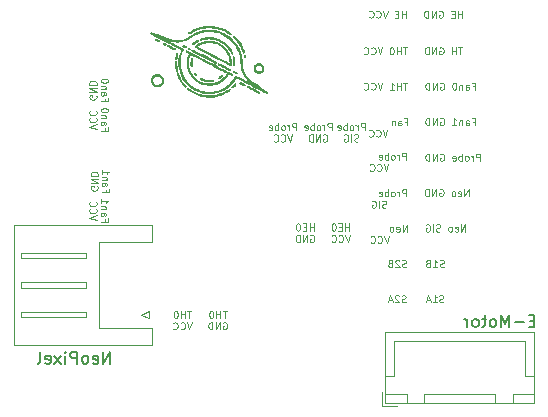
<source format=gbr>
%TF.GenerationSoftware,KiCad,Pcbnew,(6.0.6)*%
%TF.CreationDate,2022-08-05T03:01:18+02:00*%
%TF.ProjectId,toolhead_pcb,746f6f6c-6865-4616-945f-7063622e6b69,rev?*%
%TF.SameCoordinates,Original*%
%TF.FileFunction,Legend,Bot*%
%TF.FilePolarity,Positive*%
%FSLAX46Y46*%
G04 Gerber Fmt 4.6, Leading zero omitted, Abs format (unit mm)*
G04 Created by KiCad (PCBNEW (6.0.6)) date 2022-08-05 03:01:18*
%MOMM*%
%LPD*%
G01*
G04 APERTURE LIST*
%ADD10C,0.100000*%
%ADD11C,0.150000*%
%ADD12C,0.120000*%
G04 APERTURE END LIST*
D10*
X59385714Y-34471428D02*
X59385714Y-33871428D01*
X59157142Y-33871428D01*
X59100000Y-33900000D01*
X59071428Y-33928571D01*
X59042857Y-33985714D01*
X59042857Y-34071428D01*
X59071428Y-34128571D01*
X59100000Y-34157142D01*
X59157142Y-34185714D01*
X59385714Y-34185714D01*
X58785714Y-34471428D02*
X58785714Y-34071428D01*
X58785714Y-34185714D02*
X58757142Y-34128571D01*
X58728571Y-34100000D01*
X58671428Y-34071428D01*
X58614285Y-34071428D01*
X58328571Y-34471428D02*
X58385714Y-34442857D01*
X58414285Y-34414285D01*
X58442857Y-34357142D01*
X58442857Y-34185714D01*
X58414285Y-34128571D01*
X58385714Y-34100000D01*
X58328571Y-34071428D01*
X58242857Y-34071428D01*
X58185714Y-34100000D01*
X58157142Y-34128571D01*
X58128571Y-34185714D01*
X58128571Y-34357142D01*
X58157142Y-34414285D01*
X58185714Y-34442857D01*
X58242857Y-34471428D01*
X58328571Y-34471428D01*
X57871428Y-34471428D02*
X57871428Y-33871428D01*
X57871428Y-34100000D02*
X57814285Y-34071428D01*
X57700000Y-34071428D01*
X57642857Y-34100000D01*
X57614285Y-34128571D01*
X57585714Y-34185714D01*
X57585714Y-34357142D01*
X57614285Y-34414285D01*
X57642857Y-34442857D01*
X57700000Y-34471428D01*
X57814285Y-34471428D01*
X57871428Y-34442857D01*
X57100000Y-34442857D02*
X57157142Y-34471428D01*
X57271428Y-34471428D01*
X57328571Y-34442857D01*
X57357142Y-34385714D01*
X57357142Y-34157142D01*
X57328571Y-34100000D01*
X57271428Y-34071428D01*
X57157142Y-34071428D01*
X57100000Y-34100000D01*
X57071428Y-34157142D01*
X57071428Y-34214285D01*
X57357142Y-34271428D01*
X56042857Y-33900000D02*
X56100000Y-33871428D01*
X56185714Y-33871428D01*
X56271428Y-33900000D01*
X56328571Y-33957142D01*
X56357142Y-34014285D01*
X56385714Y-34128571D01*
X56385714Y-34214285D01*
X56357142Y-34328571D01*
X56328571Y-34385714D01*
X56271428Y-34442857D01*
X56185714Y-34471428D01*
X56128571Y-34471428D01*
X56042857Y-34442857D01*
X56014285Y-34414285D01*
X56014285Y-34214285D01*
X56128571Y-34214285D01*
X55757142Y-34471428D02*
X55757142Y-33871428D01*
X55414285Y-34471428D01*
X55414285Y-33871428D01*
X55128571Y-34471428D02*
X55128571Y-33871428D01*
X54985714Y-33871428D01*
X54900000Y-33900000D01*
X54842857Y-33957142D01*
X54814285Y-34014285D01*
X54785714Y-34128571D01*
X54785714Y-34214285D01*
X54814285Y-34328571D01*
X54842857Y-34385714D01*
X54900000Y-34442857D01*
X54985714Y-34471428D01*
X55128571Y-34471428D01*
X58157142Y-40471428D02*
X58157142Y-39871428D01*
X57814285Y-40471428D01*
X57814285Y-39871428D01*
X57300000Y-40442857D02*
X57357142Y-40471428D01*
X57471428Y-40471428D01*
X57528571Y-40442857D01*
X57557142Y-40385714D01*
X57557142Y-40157142D01*
X57528571Y-40100000D01*
X57471428Y-40071428D01*
X57357142Y-40071428D01*
X57300000Y-40100000D01*
X57271428Y-40157142D01*
X57271428Y-40214285D01*
X57557142Y-40271428D01*
X56928571Y-40471428D02*
X56985714Y-40442857D01*
X57014285Y-40414285D01*
X57042857Y-40357142D01*
X57042857Y-40185714D01*
X57014285Y-40128571D01*
X56985714Y-40100000D01*
X56928571Y-40071428D01*
X56842857Y-40071428D01*
X56785714Y-40100000D01*
X56757142Y-40128571D01*
X56728571Y-40185714D01*
X56728571Y-40357142D01*
X56757142Y-40414285D01*
X56785714Y-40442857D01*
X56842857Y-40471428D01*
X56928571Y-40471428D01*
X56042857Y-40442857D02*
X55957142Y-40471428D01*
X55814285Y-40471428D01*
X55757142Y-40442857D01*
X55728571Y-40414285D01*
X55700000Y-40357142D01*
X55700000Y-40300000D01*
X55728571Y-40242857D01*
X55757142Y-40214285D01*
X55814285Y-40185714D01*
X55928571Y-40157142D01*
X55985714Y-40128571D01*
X56014285Y-40100000D01*
X56042857Y-40042857D01*
X56042857Y-39985714D01*
X56014285Y-39928571D01*
X55985714Y-39900000D01*
X55928571Y-39871428D01*
X55785714Y-39871428D01*
X55700000Y-39900000D01*
X55442857Y-40471428D02*
X55442857Y-39871428D01*
X54842857Y-39900000D02*
X54900000Y-39871428D01*
X54985714Y-39871428D01*
X55071428Y-39900000D01*
X55128571Y-39957142D01*
X55157142Y-40014285D01*
X55185714Y-40128571D01*
X55185714Y-40214285D01*
X55157142Y-40328571D01*
X55128571Y-40385714D01*
X55071428Y-40442857D01*
X54985714Y-40471428D01*
X54928571Y-40471428D01*
X54842857Y-40442857D01*
X54814285Y-40414285D01*
X54814285Y-40214285D01*
X54928571Y-40214285D01*
X53057142Y-31174142D02*
X53257142Y-31174142D01*
X53257142Y-31488428D02*
X53257142Y-30888428D01*
X52971428Y-30888428D01*
X52485714Y-31488428D02*
X52485714Y-31174142D01*
X52514285Y-31117000D01*
X52571428Y-31088428D01*
X52685714Y-31088428D01*
X52742857Y-31117000D01*
X52485714Y-31459857D02*
X52542857Y-31488428D01*
X52685714Y-31488428D01*
X52742857Y-31459857D01*
X52771428Y-31402714D01*
X52771428Y-31345571D01*
X52742857Y-31288428D01*
X52685714Y-31259857D01*
X52542857Y-31259857D01*
X52485714Y-31231285D01*
X52200000Y-31088428D02*
X52200000Y-31488428D01*
X52200000Y-31145571D02*
X52171428Y-31117000D01*
X52114285Y-31088428D01*
X52028571Y-31088428D01*
X51971428Y-31117000D01*
X51942857Y-31174142D01*
X51942857Y-31488428D01*
X51571428Y-31854428D02*
X51371428Y-32454428D01*
X51171428Y-31854428D01*
X50628571Y-32397285D02*
X50657142Y-32425857D01*
X50742857Y-32454428D01*
X50800000Y-32454428D01*
X50885714Y-32425857D01*
X50942857Y-32368714D01*
X50971428Y-32311571D01*
X51000000Y-32197285D01*
X51000000Y-32111571D01*
X50971428Y-31997285D01*
X50942857Y-31940142D01*
X50885714Y-31883000D01*
X50800000Y-31854428D01*
X50742857Y-31854428D01*
X50657142Y-31883000D01*
X50628571Y-31911571D01*
X50028571Y-32397285D02*
X50057142Y-32425857D01*
X50142857Y-32454428D01*
X50200000Y-32454428D01*
X50285714Y-32425857D01*
X50342857Y-32368714D01*
X50371428Y-32311571D01*
X50400000Y-32197285D01*
X50400000Y-32111571D01*
X50371428Y-31997285D01*
X50342857Y-31940142D01*
X50285714Y-31883000D01*
X50200000Y-31854428D01*
X50142857Y-31854428D01*
X50057142Y-31883000D01*
X50028571Y-31911571D01*
X57928571Y-24871428D02*
X57585714Y-24871428D01*
X57757142Y-25471428D02*
X57757142Y-24871428D01*
X57385714Y-25471428D02*
X57385714Y-24871428D01*
X57385714Y-25157142D02*
X57042857Y-25157142D01*
X57042857Y-25471428D02*
X57042857Y-24871428D01*
X55985714Y-24900000D02*
X56042857Y-24871428D01*
X56128571Y-24871428D01*
X56214285Y-24900000D01*
X56271428Y-24957142D01*
X56300000Y-25014285D01*
X56328571Y-25128571D01*
X56328571Y-25214285D01*
X56300000Y-25328571D01*
X56271428Y-25385714D01*
X56214285Y-25442857D01*
X56128571Y-25471428D01*
X56071428Y-25471428D01*
X55985714Y-25442857D01*
X55957142Y-25414285D01*
X55957142Y-25214285D01*
X56071428Y-25214285D01*
X55700000Y-25471428D02*
X55700000Y-24871428D01*
X55357142Y-25471428D01*
X55357142Y-24871428D01*
X55071428Y-25471428D02*
X55071428Y-24871428D01*
X54928571Y-24871428D01*
X54842857Y-24900000D01*
X54785714Y-24957142D01*
X54757142Y-25014285D01*
X54728571Y-25128571D01*
X54728571Y-25214285D01*
X54757142Y-25328571D01*
X54785714Y-25385714D01*
X54842857Y-25442857D01*
X54928571Y-25471428D01*
X55071428Y-25471428D01*
X56357142Y-43442857D02*
X56271428Y-43471428D01*
X56128571Y-43471428D01*
X56071428Y-43442857D01*
X56042857Y-43414285D01*
X56014285Y-43357142D01*
X56014285Y-43300000D01*
X56042857Y-43242857D01*
X56071428Y-43214285D01*
X56128571Y-43185714D01*
X56242857Y-43157142D01*
X56300000Y-43128571D01*
X56328571Y-43100000D01*
X56357142Y-43042857D01*
X56357142Y-42985714D01*
X56328571Y-42928571D01*
X56300000Y-42900000D01*
X56242857Y-42871428D01*
X56100000Y-42871428D01*
X56014285Y-42900000D01*
X55442857Y-43471428D02*
X55785714Y-43471428D01*
X55614285Y-43471428D02*
X55614285Y-42871428D01*
X55671428Y-42957142D01*
X55728571Y-43014285D01*
X55785714Y-43042857D01*
X54985714Y-43157142D02*
X54900000Y-43185714D01*
X54871428Y-43214285D01*
X54842857Y-43271428D01*
X54842857Y-43357142D01*
X54871428Y-43414285D01*
X54900000Y-43442857D01*
X54957142Y-43471428D01*
X55185714Y-43471428D01*
X55185714Y-42871428D01*
X54985714Y-42871428D01*
X54928571Y-42900000D01*
X54900000Y-42928571D01*
X54871428Y-42985714D01*
X54871428Y-43042857D01*
X54900000Y-43100000D01*
X54928571Y-43128571D01*
X54985714Y-43157142D01*
X55185714Y-43157142D01*
X34971428Y-47188428D02*
X34628571Y-47188428D01*
X34800000Y-47788428D02*
X34800000Y-47188428D01*
X34428571Y-47788428D02*
X34428571Y-47188428D01*
X34428571Y-47474142D02*
X34085714Y-47474142D01*
X34085714Y-47788428D02*
X34085714Y-47188428D01*
X33685714Y-47188428D02*
X33628571Y-47188428D01*
X33571428Y-47217000D01*
X33542857Y-47245571D01*
X33514285Y-47302714D01*
X33485714Y-47417000D01*
X33485714Y-47559857D01*
X33514285Y-47674142D01*
X33542857Y-47731285D01*
X33571428Y-47759857D01*
X33628571Y-47788428D01*
X33685714Y-47788428D01*
X33742857Y-47759857D01*
X33771428Y-47731285D01*
X33800000Y-47674142D01*
X33828571Y-47559857D01*
X33828571Y-47417000D01*
X33800000Y-47302714D01*
X33771428Y-47245571D01*
X33742857Y-47217000D01*
X33685714Y-47188428D01*
X35000000Y-48154428D02*
X34800000Y-48754428D01*
X34600000Y-48154428D01*
X34057142Y-48697285D02*
X34085714Y-48725857D01*
X34171428Y-48754428D01*
X34228571Y-48754428D01*
X34314285Y-48725857D01*
X34371428Y-48668714D01*
X34400000Y-48611571D01*
X34428571Y-48497285D01*
X34428571Y-48411571D01*
X34400000Y-48297285D01*
X34371428Y-48240142D01*
X34314285Y-48183000D01*
X34228571Y-48154428D01*
X34171428Y-48154428D01*
X34085714Y-48183000D01*
X34057142Y-48211571D01*
X33457142Y-48697285D02*
X33485714Y-48725857D01*
X33571428Y-48754428D01*
X33628571Y-48754428D01*
X33714285Y-48725857D01*
X33771428Y-48668714D01*
X33800000Y-48611571D01*
X33828571Y-48497285D01*
X33828571Y-48411571D01*
X33800000Y-48297285D01*
X33771428Y-48240142D01*
X33714285Y-48183000D01*
X33628571Y-48154428D01*
X33571428Y-48154428D01*
X33485714Y-48183000D01*
X33457142Y-48211571D01*
X58442857Y-37471428D02*
X58442857Y-36871428D01*
X58100000Y-37471428D01*
X58100000Y-36871428D01*
X57585714Y-37442857D02*
X57642857Y-37471428D01*
X57757142Y-37471428D01*
X57814285Y-37442857D01*
X57842857Y-37385714D01*
X57842857Y-37157142D01*
X57814285Y-37100000D01*
X57757142Y-37071428D01*
X57642857Y-37071428D01*
X57585714Y-37100000D01*
X57557142Y-37157142D01*
X57557142Y-37214285D01*
X57842857Y-37271428D01*
X57214285Y-37471428D02*
X57271428Y-37442857D01*
X57300000Y-37414285D01*
X57328571Y-37357142D01*
X57328571Y-37185714D01*
X57300000Y-37128571D01*
X57271428Y-37100000D01*
X57214285Y-37071428D01*
X57128571Y-37071428D01*
X57071428Y-37100000D01*
X57042857Y-37128571D01*
X57014285Y-37185714D01*
X57014285Y-37357142D01*
X57042857Y-37414285D01*
X57071428Y-37442857D01*
X57128571Y-37471428D01*
X57214285Y-37471428D01*
X55985714Y-36900000D02*
X56042857Y-36871428D01*
X56128571Y-36871428D01*
X56214285Y-36900000D01*
X56271428Y-36957142D01*
X56300000Y-37014285D01*
X56328571Y-37128571D01*
X56328571Y-37214285D01*
X56300000Y-37328571D01*
X56271428Y-37385714D01*
X56214285Y-37442857D01*
X56128571Y-37471428D01*
X56071428Y-37471428D01*
X55985714Y-37442857D01*
X55957142Y-37414285D01*
X55957142Y-37214285D01*
X56071428Y-37214285D01*
X55700000Y-37471428D02*
X55700000Y-36871428D01*
X55357142Y-37471428D01*
X55357142Y-36871428D01*
X55071428Y-37471428D02*
X55071428Y-36871428D01*
X54928571Y-36871428D01*
X54842857Y-36900000D01*
X54785714Y-36957142D01*
X54757142Y-37014285D01*
X54728571Y-37128571D01*
X54728571Y-37214285D01*
X54757142Y-37328571D01*
X54785714Y-37385714D01*
X54842857Y-37442857D01*
X54928571Y-37471428D01*
X55071428Y-37471428D01*
X58785714Y-28157142D02*
X58985714Y-28157142D01*
X58985714Y-28471428D02*
X58985714Y-27871428D01*
X58700000Y-27871428D01*
X58214285Y-28471428D02*
X58214285Y-28157142D01*
X58242857Y-28100000D01*
X58300000Y-28071428D01*
X58414285Y-28071428D01*
X58471428Y-28100000D01*
X58214285Y-28442857D02*
X58271428Y-28471428D01*
X58414285Y-28471428D01*
X58471428Y-28442857D01*
X58500000Y-28385714D01*
X58500000Y-28328571D01*
X58471428Y-28271428D01*
X58414285Y-28242857D01*
X58271428Y-28242857D01*
X58214285Y-28214285D01*
X57928571Y-28071428D02*
X57928571Y-28471428D01*
X57928571Y-28128571D02*
X57900000Y-28100000D01*
X57842857Y-28071428D01*
X57757142Y-28071428D01*
X57700000Y-28100000D01*
X57671428Y-28157142D01*
X57671428Y-28471428D01*
X57271428Y-27871428D02*
X57214285Y-27871428D01*
X57157142Y-27900000D01*
X57128571Y-27928571D01*
X57100000Y-27985714D01*
X57071428Y-28100000D01*
X57071428Y-28242857D01*
X57100000Y-28357142D01*
X57128571Y-28414285D01*
X57157142Y-28442857D01*
X57214285Y-28471428D01*
X57271428Y-28471428D01*
X57328571Y-28442857D01*
X57357142Y-28414285D01*
X57385714Y-28357142D01*
X57414285Y-28242857D01*
X57414285Y-28100000D01*
X57385714Y-27985714D01*
X57357142Y-27928571D01*
X57328571Y-27900000D01*
X57271428Y-27871428D01*
X56042857Y-27900000D02*
X56100000Y-27871428D01*
X56185714Y-27871428D01*
X56271428Y-27900000D01*
X56328571Y-27957142D01*
X56357142Y-28014285D01*
X56385714Y-28128571D01*
X56385714Y-28214285D01*
X56357142Y-28328571D01*
X56328571Y-28385714D01*
X56271428Y-28442857D01*
X56185714Y-28471428D01*
X56128571Y-28471428D01*
X56042857Y-28442857D01*
X56014285Y-28414285D01*
X56014285Y-28214285D01*
X56128571Y-28214285D01*
X55757142Y-28471428D02*
X55757142Y-27871428D01*
X55414285Y-28471428D01*
X55414285Y-27871428D01*
X55128571Y-28471428D02*
X55128571Y-27871428D01*
X54985714Y-27871428D01*
X54900000Y-27900000D01*
X54842857Y-27957142D01*
X54814285Y-28014285D01*
X54785714Y-28128571D01*
X54785714Y-28214285D01*
X54814285Y-28328571D01*
X54842857Y-28385714D01*
X54900000Y-28442857D01*
X54985714Y-28471428D01*
X55128571Y-28471428D01*
X58785714Y-31157142D02*
X58985714Y-31157142D01*
X58985714Y-31471428D02*
X58985714Y-30871428D01*
X58700000Y-30871428D01*
X58214285Y-31471428D02*
X58214285Y-31157142D01*
X58242857Y-31100000D01*
X58300000Y-31071428D01*
X58414285Y-31071428D01*
X58471428Y-31100000D01*
X58214285Y-31442857D02*
X58271428Y-31471428D01*
X58414285Y-31471428D01*
X58471428Y-31442857D01*
X58500000Y-31385714D01*
X58500000Y-31328571D01*
X58471428Y-31271428D01*
X58414285Y-31242857D01*
X58271428Y-31242857D01*
X58214285Y-31214285D01*
X57928571Y-31071428D02*
X57928571Y-31471428D01*
X57928571Y-31128571D02*
X57900000Y-31100000D01*
X57842857Y-31071428D01*
X57757142Y-31071428D01*
X57700000Y-31100000D01*
X57671428Y-31157142D01*
X57671428Y-31471428D01*
X57071428Y-31471428D02*
X57414285Y-31471428D01*
X57242857Y-31471428D02*
X57242857Y-30871428D01*
X57300000Y-30957142D01*
X57357142Y-31014285D01*
X57414285Y-31042857D01*
X56042857Y-30900000D02*
X56100000Y-30871428D01*
X56185714Y-30871428D01*
X56271428Y-30900000D01*
X56328571Y-30957142D01*
X56357142Y-31014285D01*
X56385714Y-31128571D01*
X56385714Y-31214285D01*
X56357142Y-31328571D01*
X56328571Y-31385714D01*
X56271428Y-31442857D01*
X56185714Y-31471428D01*
X56128571Y-31471428D01*
X56042857Y-31442857D01*
X56014285Y-31414285D01*
X56014285Y-31214285D01*
X56128571Y-31214285D01*
X55757142Y-31471428D02*
X55757142Y-30871428D01*
X55414285Y-31471428D01*
X55414285Y-30871428D01*
X55128571Y-31471428D02*
X55128571Y-30871428D01*
X54985714Y-30871428D01*
X54900000Y-30900000D01*
X54842857Y-30957142D01*
X54814285Y-31014285D01*
X54785714Y-31128571D01*
X54785714Y-31214285D01*
X54814285Y-31328571D01*
X54842857Y-31385714D01*
X54900000Y-31442857D01*
X54985714Y-31471428D01*
X55128571Y-31471428D01*
X27725857Y-36942857D02*
X27725857Y-37142857D01*
X27411571Y-37142857D02*
X28011571Y-37142857D01*
X28011571Y-36857142D01*
X27411571Y-36371428D02*
X27725857Y-36371428D01*
X27783000Y-36400000D01*
X27811571Y-36457142D01*
X27811571Y-36571428D01*
X27783000Y-36628571D01*
X27440142Y-36371428D02*
X27411571Y-36428571D01*
X27411571Y-36571428D01*
X27440142Y-36628571D01*
X27497285Y-36657142D01*
X27554428Y-36657142D01*
X27611571Y-36628571D01*
X27640142Y-36571428D01*
X27640142Y-36428571D01*
X27668714Y-36371428D01*
X27811571Y-36085714D02*
X27411571Y-36085714D01*
X27754428Y-36085714D02*
X27783000Y-36057142D01*
X27811571Y-36000000D01*
X27811571Y-35914285D01*
X27783000Y-35857142D01*
X27725857Y-35828571D01*
X27411571Y-35828571D01*
X27411571Y-35228571D02*
X27411571Y-35571428D01*
X27411571Y-35400000D02*
X28011571Y-35400000D01*
X27925857Y-35457142D01*
X27868714Y-35514285D01*
X27840142Y-35571428D01*
X27017000Y-36657142D02*
X27045571Y-36714285D01*
X27045571Y-36800000D01*
X27017000Y-36885714D01*
X26959857Y-36942857D01*
X26902714Y-36971428D01*
X26788428Y-37000000D01*
X26702714Y-37000000D01*
X26588428Y-36971428D01*
X26531285Y-36942857D01*
X26474142Y-36885714D01*
X26445571Y-36800000D01*
X26445571Y-36742857D01*
X26474142Y-36657142D01*
X26502714Y-36628571D01*
X26702714Y-36628571D01*
X26702714Y-36742857D01*
X26445571Y-36371428D02*
X27045571Y-36371428D01*
X26445571Y-36028571D01*
X27045571Y-36028571D01*
X26445571Y-35742857D02*
X27045571Y-35742857D01*
X27045571Y-35600000D01*
X27017000Y-35514285D01*
X26959857Y-35457142D01*
X26902714Y-35428571D01*
X26788428Y-35400000D01*
X26702714Y-35400000D01*
X26588428Y-35428571D01*
X26531285Y-35457142D01*
X26474142Y-35514285D01*
X26445571Y-35600000D01*
X26445571Y-35742857D01*
X48328571Y-40388428D02*
X48328571Y-39788428D01*
X48328571Y-40074142D02*
X47985714Y-40074142D01*
X47985714Y-40388428D02*
X47985714Y-39788428D01*
X47700000Y-40074142D02*
X47500000Y-40074142D01*
X47414285Y-40388428D02*
X47700000Y-40388428D01*
X47700000Y-39788428D01*
X47414285Y-39788428D01*
X47042857Y-39788428D02*
X46985714Y-39788428D01*
X46928571Y-39817000D01*
X46900000Y-39845571D01*
X46871428Y-39902714D01*
X46842857Y-40017000D01*
X46842857Y-40159857D01*
X46871428Y-40274142D01*
X46900000Y-40331285D01*
X46928571Y-40359857D01*
X46985714Y-40388428D01*
X47042857Y-40388428D01*
X47100000Y-40359857D01*
X47128571Y-40331285D01*
X47157142Y-40274142D01*
X47185714Y-40159857D01*
X47185714Y-40017000D01*
X47157142Y-39902714D01*
X47128571Y-39845571D01*
X47100000Y-39817000D01*
X47042857Y-39788428D01*
X48400000Y-40754428D02*
X48200000Y-41354428D01*
X48000000Y-40754428D01*
X47457142Y-41297285D02*
X47485714Y-41325857D01*
X47571428Y-41354428D01*
X47628571Y-41354428D01*
X47714285Y-41325857D01*
X47771428Y-41268714D01*
X47800000Y-41211571D01*
X47828571Y-41097285D01*
X47828571Y-41011571D01*
X47800000Y-40897285D01*
X47771428Y-40840142D01*
X47714285Y-40783000D01*
X47628571Y-40754428D01*
X47571428Y-40754428D01*
X47485714Y-40783000D01*
X47457142Y-40811571D01*
X46857142Y-41297285D02*
X46885714Y-41325857D01*
X46971428Y-41354428D01*
X47028571Y-41354428D01*
X47114285Y-41325857D01*
X47171428Y-41268714D01*
X47200000Y-41211571D01*
X47228571Y-41097285D01*
X47228571Y-41011571D01*
X47200000Y-40897285D01*
X47171428Y-40840142D01*
X47114285Y-40783000D01*
X47028571Y-40754428D01*
X46971428Y-40754428D01*
X46885714Y-40783000D01*
X46857142Y-40811571D01*
X57885714Y-22371428D02*
X57885714Y-21771428D01*
X57885714Y-22057142D02*
X57542857Y-22057142D01*
X57542857Y-22371428D02*
X57542857Y-21771428D01*
X57257142Y-22057142D02*
X57057142Y-22057142D01*
X56971428Y-22371428D02*
X57257142Y-22371428D01*
X57257142Y-21771428D01*
X56971428Y-21771428D01*
X55942857Y-21800000D02*
X56000000Y-21771428D01*
X56085714Y-21771428D01*
X56171428Y-21800000D01*
X56228571Y-21857142D01*
X56257142Y-21914285D01*
X56285714Y-22028571D01*
X56285714Y-22114285D01*
X56257142Y-22228571D01*
X56228571Y-22285714D01*
X56171428Y-22342857D01*
X56085714Y-22371428D01*
X56028571Y-22371428D01*
X55942857Y-22342857D01*
X55914285Y-22314285D01*
X55914285Y-22114285D01*
X56028571Y-22114285D01*
X55657142Y-22371428D02*
X55657142Y-21771428D01*
X55314285Y-22371428D01*
X55314285Y-21771428D01*
X55028571Y-22371428D02*
X55028571Y-21771428D01*
X54885714Y-21771428D01*
X54800000Y-21800000D01*
X54742857Y-21857142D01*
X54714285Y-21914285D01*
X54685714Y-22028571D01*
X54685714Y-22114285D01*
X54714285Y-22228571D01*
X54742857Y-22285714D01*
X54800000Y-22342857D01*
X54885714Y-22371428D01*
X55028571Y-22371428D01*
X53114285Y-46442857D02*
X53028571Y-46471428D01*
X52885714Y-46471428D01*
X52828571Y-46442857D01*
X52800000Y-46414285D01*
X52771428Y-46357142D01*
X52771428Y-46300000D01*
X52800000Y-46242857D01*
X52828571Y-46214285D01*
X52885714Y-46185714D01*
X53000000Y-46157142D01*
X53057142Y-46128571D01*
X53085714Y-46100000D01*
X53114285Y-46042857D01*
X53114285Y-45985714D01*
X53085714Y-45928571D01*
X53057142Y-45900000D01*
X53000000Y-45871428D01*
X52857142Y-45871428D01*
X52771428Y-45900000D01*
X52542857Y-45928571D02*
X52514285Y-45900000D01*
X52457142Y-45871428D01*
X52314285Y-45871428D01*
X52257142Y-45900000D01*
X52228571Y-45928571D01*
X52200000Y-45985714D01*
X52200000Y-46042857D01*
X52228571Y-46128571D01*
X52571428Y-46471428D01*
X52200000Y-46471428D01*
X51971428Y-46300000D02*
X51685714Y-46300000D01*
X52028571Y-46471428D02*
X51828571Y-45871428D01*
X51628571Y-46471428D01*
X49642857Y-31888428D02*
X49642857Y-31288428D01*
X49414285Y-31288428D01*
X49357142Y-31317000D01*
X49328571Y-31345571D01*
X49300000Y-31402714D01*
X49300000Y-31488428D01*
X49328571Y-31545571D01*
X49357142Y-31574142D01*
X49414285Y-31602714D01*
X49642857Y-31602714D01*
X49042857Y-31888428D02*
X49042857Y-31488428D01*
X49042857Y-31602714D02*
X49014285Y-31545571D01*
X48985714Y-31517000D01*
X48928571Y-31488428D01*
X48871428Y-31488428D01*
X48585714Y-31888428D02*
X48642857Y-31859857D01*
X48671428Y-31831285D01*
X48700000Y-31774142D01*
X48700000Y-31602714D01*
X48671428Y-31545571D01*
X48642857Y-31517000D01*
X48585714Y-31488428D01*
X48500000Y-31488428D01*
X48442857Y-31517000D01*
X48414285Y-31545571D01*
X48385714Y-31602714D01*
X48385714Y-31774142D01*
X48414285Y-31831285D01*
X48442857Y-31859857D01*
X48500000Y-31888428D01*
X48585714Y-31888428D01*
X48128571Y-31888428D02*
X48128571Y-31288428D01*
X48128571Y-31517000D02*
X48071428Y-31488428D01*
X47957142Y-31488428D01*
X47900000Y-31517000D01*
X47871428Y-31545571D01*
X47842857Y-31602714D01*
X47842857Y-31774142D01*
X47871428Y-31831285D01*
X47900000Y-31859857D01*
X47957142Y-31888428D01*
X48071428Y-31888428D01*
X48128571Y-31859857D01*
X47357142Y-31859857D02*
X47414285Y-31888428D01*
X47528571Y-31888428D01*
X47585714Y-31859857D01*
X47614285Y-31802714D01*
X47614285Y-31574142D01*
X47585714Y-31517000D01*
X47528571Y-31488428D01*
X47414285Y-31488428D01*
X47357142Y-31517000D01*
X47328571Y-31574142D01*
X47328571Y-31631285D01*
X47614285Y-31688428D01*
X49114285Y-32825857D02*
X49028571Y-32854428D01*
X48885714Y-32854428D01*
X48828571Y-32825857D01*
X48800000Y-32797285D01*
X48771428Y-32740142D01*
X48771428Y-32683000D01*
X48800000Y-32625857D01*
X48828571Y-32597285D01*
X48885714Y-32568714D01*
X49000000Y-32540142D01*
X49057142Y-32511571D01*
X49085714Y-32483000D01*
X49114285Y-32425857D01*
X49114285Y-32368714D01*
X49085714Y-32311571D01*
X49057142Y-32283000D01*
X49000000Y-32254428D01*
X48857142Y-32254428D01*
X48771428Y-32283000D01*
X48514285Y-32854428D02*
X48514285Y-32254428D01*
X47914285Y-32283000D02*
X47971428Y-32254428D01*
X48057142Y-32254428D01*
X48142857Y-32283000D01*
X48200000Y-32340142D01*
X48228571Y-32397285D01*
X48257142Y-32511571D01*
X48257142Y-32597285D01*
X48228571Y-32711571D01*
X48200000Y-32768714D01*
X48142857Y-32825857D01*
X48057142Y-32854428D01*
X48000000Y-32854428D01*
X47914285Y-32825857D01*
X47885714Y-32797285D01*
X47885714Y-32597285D01*
X48000000Y-32597285D01*
X53142857Y-34388428D02*
X53142857Y-33788428D01*
X52914285Y-33788428D01*
X52857142Y-33817000D01*
X52828571Y-33845571D01*
X52800000Y-33902714D01*
X52800000Y-33988428D01*
X52828571Y-34045571D01*
X52857142Y-34074142D01*
X52914285Y-34102714D01*
X53142857Y-34102714D01*
X52542857Y-34388428D02*
X52542857Y-33988428D01*
X52542857Y-34102714D02*
X52514285Y-34045571D01*
X52485714Y-34017000D01*
X52428571Y-33988428D01*
X52371428Y-33988428D01*
X52085714Y-34388428D02*
X52142857Y-34359857D01*
X52171428Y-34331285D01*
X52200000Y-34274142D01*
X52200000Y-34102714D01*
X52171428Y-34045571D01*
X52142857Y-34017000D01*
X52085714Y-33988428D01*
X52000000Y-33988428D01*
X51942857Y-34017000D01*
X51914285Y-34045571D01*
X51885714Y-34102714D01*
X51885714Y-34274142D01*
X51914285Y-34331285D01*
X51942857Y-34359857D01*
X52000000Y-34388428D01*
X52085714Y-34388428D01*
X51628571Y-34388428D02*
X51628571Y-33788428D01*
X51628571Y-34017000D02*
X51571428Y-33988428D01*
X51457142Y-33988428D01*
X51400000Y-34017000D01*
X51371428Y-34045571D01*
X51342857Y-34102714D01*
X51342857Y-34274142D01*
X51371428Y-34331285D01*
X51400000Y-34359857D01*
X51457142Y-34388428D01*
X51571428Y-34388428D01*
X51628571Y-34359857D01*
X50857142Y-34359857D02*
X50914285Y-34388428D01*
X51028571Y-34388428D01*
X51085714Y-34359857D01*
X51114285Y-34302714D01*
X51114285Y-34074142D01*
X51085714Y-34017000D01*
X51028571Y-33988428D01*
X50914285Y-33988428D01*
X50857142Y-34017000D01*
X50828571Y-34074142D01*
X50828571Y-34131285D01*
X51114285Y-34188428D01*
X51657142Y-34754428D02*
X51457142Y-35354428D01*
X51257142Y-34754428D01*
X50714285Y-35297285D02*
X50742857Y-35325857D01*
X50828571Y-35354428D01*
X50885714Y-35354428D01*
X50971428Y-35325857D01*
X51028571Y-35268714D01*
X51057142Y-35211571D01*
X51085714Y-35097285D01*
X51085714Y-35011571D01*
X51057142Y-34897285D01*
X51028571Y-34840142D01*
X50971428Y-34783000D01*
X50885714Y-34754428D01*
X50828571Y-34754428D01*
X50742857Y-34783000D01*
X50714285Y-34811571D01*
X50114285Y-35297285D02*
X50142857Y-35325857D01*
X50228571Y-35354428D01*
X50285714Y-35354428D01*
X50371428Y-35325857D01*
X50428571Y-35268714D01*
X50457142Y-35211571D01*
X50485714Y-35097285D01*
X50485714Y-35011571D01*
X50457142Y-34897285D01*
X50428571Y-34840142D01*
X50371428Y-34783000D01*
X50285714Y-34754428D01*
X50228571Y-34754428D01*
X50142857Y-34783000D01*
X50114285Y-34811571D01*
X43842857Y-31888428D02*
X43842857Y-31288428D01*
X43614285Y-31288428D01*
X43557142Y-31317000D01*
X43528571Y-31345571D01*
X43500000Y-31402714D01*
X43500000Y-31488428D01*
X43528571Y-31545571D01*
X43557142Y-31574142D01*
X43614285Y-31602714D01*
X43842857Y-31602714D01*
X43242857Y-31888428D02*
X43242857Y-31488428D01*
X43242857Y-31602714D02*
X43214285Y-31545571D01*
X43185714Y-31517000D01*
X43128571Y-31488428D01*
X43071428Y-31488428D01*
X42785714Y-31888428D02*
X42842857Y-31859857D01*
X42871428Y-31831285D01*
X42900000Y-31774142D01*
X42900000Y-31602714D01*
X42871428Y-31545571D01*
X42842857Y-31517000D01*
X42785714Y-31488428D01*
X42700000Y-31488428D01*
X42642857Y-31517000D01*
X42614285Y-31545571D01*
X42585714Y-31602714D01*
X42585714Y-31774142D01*
X42614285Y-31831285D01*
X42642857Y-31859857D01*
X42700000Y-31888428D01*
X42785714Y-31888428D01*
X42328571Y-31888428D02*
X42328571Y-31288428D01*
X42328571Y-31517000D02*
X42271428Y-31488428D01*
X42157142Y-31488428D01*
X42100000Y-31517000D01*
X42071428Y-31545571D01*
X42042857Y-31602714D01*
X42042857Y-31774142D01*
X42071428Y-31831285D01*
X42100000Y-31859857D01*
X42157142Y-31888428D01*
X42271428Y-31888428D01*
X42328571Y-31859857D01*
X41557142Y-31859857D02*
X41614285Y-31888428D01*
X41728571Y-31888428D01*
X41785714Y-31859857D01*
X41814285Y-31802714D01*
X41814285Y-31574142D01*
X41785714Y-31517000D01*
X41728571Y-31488428D01*
X41614285Y-31488428D01*
X41557142Y-31517000D01*
X41528571Y-31574142D01*
X41528571Y-31631285D01*
X41814285Y-31688428D01*
X43500000Y-32254428D02*
X43300000Y-32854428D01*
X43100000Y-32254428D01*
X42557142Y-32797285D02*
X42585714Y-32825857D01*
X42671428Y-32854428D01*
X42728571Y-32854428D01*
X42814285Y-32825857D01*
X42871428Y-32768714D01*
X42900000Y-32711571D01*
X42928571Y-32597285D01*
X42928571Y-32511571D01*
X42900000Y-32397285D01*
X42871428Y-32340142D01*
X42814285Y-32283000D01*
X42728571Y-32254428D01*
X42671428Y-32254428D01*
X42585714Y-32283000D01*
X42557142Y-32311571D01*
X41957142Y-32797285D02*
X41985714Y-32825857D01*
X42071428Y-32854428D01*
X42128571Y-32854428D01*
X42214285Y-32825857D01*
X42271428Y-32768714D01*
X42300000Y-32711571D01*
X42328571Y-32597285D01*
X42328571Y-32511571D01*
X42300000Y-32397285D01*
X42271428Y-32340142D01*
X42214285Y-32283000D01*
X42128571Y-32254428D01*
X42071428Y-32254428D01*
X41985714Y-32283000D01*
X41957142Y-32311571D01*
X53157142Y-43442857D02*
X53071428Y-43471428D01*
X52928571Y-43471428D01*
X52871428Y-43442857D01*
X52842857Y-43414285D01*
X52814285Y-43357142D01*
X52814285Y-43300000D01*
X52842857Y-43242857D01*
X52871428Y-43214285D01*
X52928571Y-43185714D01*
X53042857Y-43157142D01*
X53100000Y-43128571D01*
X53128571Y-43100000D01*
X53157142Y-43042857D01*
X53157142Y-42985714D01*
X53128571Y-42928571D01*
X53100000Y-42900000D01*
X53042857Y-42871428D01*
X52900000Y-42871428D01*
X52814285Y-42900000D01*
X52585714Y-42928571D02*
X52557142Y-42900000D01*
X52500000Y-42871428D01*
X52357142Y-42871428D01*
X52300000Y-42900000D01*
X52271428Y-42928571D01*
X52242857Y-42985714D01*
X52242857Y-43042857D01*
X52271428Y-43128571D01*
X52614285Y-43471428D01*
X52242857Y-43471428D01*
X51785714Y-43157142D02*
X51700000Y-43185714D01*
X51671428Y-43214285D01*
X51642857Y-43271428D01*
X51642857Y-43357142D01*
X51671428Y-43414285D01*
X51700000Y-43442857D01*
X51757142Y-43471428D01*
X51985714Y-43471428D01*
X51985714Y-42871428D01*
X51785714Y-42871428D01*
X51728571Y-42900000D01*
X51700000Y-42928571D01*
X51671428Y-42985714D01*
X51671428Y-43042857D01*
X51700000Y-43100000D01*
X51728571Y-43128571D01*
X51785714Y-43157142D01*
X51985714Y-43157142D01*
X53128571Y-22371428D02*
X53128571Y-21771428D01*
X53128571Y-22057142D02*
X52785714Y-22057142D01*
X52785714Y-22371428D02*
X52785714Y-21771428D01*
X52500000Y-22057142D02*
X52300000Y-22057142D01*
X52214285Y-22371428D02*
X52500000Y-22371428D01*
X52500000Y-21771428D01*
X52214285Y-21771428D01*
X51585714Y-21771428D02*
X51385714Y-22371428D01*
X51185714Y-21771428D01*
X50642857Y-22314285D02*
X50671428Y-22342857D01*
X50757142Y-22371428D01*
X50814285Y-22371428D01*
X50900000Y-22342857D01*
X50957142Y-22285714D01*
X50985714Y-22228571D01*
X51014285Y-22114285D01*
X51014285Y-22028571D01*
X50985714Y-21914285D01*
X50957142Y-21857142D01*
X50900000Y-21800000D01*
X50814285Y-21771428D01*
X50757142Y-21771428D01*
X50671428Y-21800000D01*
X50642857Y-21828571D01*
X50042857Y-22314285D02*
X50071428Y-22342857D01*
X50157142Y-22371428D01*
X50214285Y-22371428D01*
X50300000Y-22342857D01*
X50357142Y-22285714D01*
X50385714Y-22228571D01*
X50414285Y-22114285D01*
X50414285Y-22028571D01*
X50385714Y-21914285D01*
X50357142Y-21857142D01*
X50300000Y-21800000D01*
X50214285Y-21771428D01*
X50157142Y-21771428D01*
X50071428Y-21800000D01*
X50042857Y-21828571D01*
X53200000Y-40488428D02*
X53200000Y-39888428D01*
X52857142Y-40488428D01*
X52857142Y-39888428D01*
X52342857Y-40459857D02*
X52400000Y-40488428D01*
X52514285Y-40488428D01*
X52571428Y-40459857D01*
X52600000Y-40402714D01*
X52600000Y-40174142D01*
X52571428Y-40117000D01*
X52514285Y-40088428D01*
X52400000Y-40088428D01*
X52342857Y-40117000D01*
X52314285Y-40174142D01*
X52314285Y-40231285D01*
X52600000Y-40288428D01*
X51971428Y-40488428D02*
X52028571Y-40459857D01*
X52057142Y-40431285D01*
X52085714Y-40374142D01*
X52085714Y-40202714D01*
X52057142Y-40145571D01*
X52028571Y-40117000D01*
X51971428Y-40088428D01*
X51885714Y-40088428D01*
X51828571Y-40117000D01*
X51800000Y-40145571D01*
X51771428Y-40202714D01*
X51771428Y-40374142D01*
X51800000Y-40431285D01*
X51828571Y-40459857D01*
X51885714Y-40488428D01*
X51971428Y-40488428D01*
X51700000Y-40854428D02*
X51500000Y-41454428D01*
X51300000Y-40854428D01*
X50757142Y-41397285D02*
X50785714Y-41425857D01*
X50871428Y-41454428D01*
X50928571Y-41454428D01*
X51014285Y-41425857D01*
X51071428Y-41368714D01*
X51100000Y-41311571D01*
X51128571Y-41197285D01*
X51128571Y-41111571D01*
X51100000Y-40997285D01*
X51071428Y-40940142D01*
X51014285Y-40883000D01*
X50928571Y-40854428D01*
X50871428Y-40854428D01*
X50785714Y-40883000D01*
X50757142Y-40911571D01*
X50157142Y-41397285D02*
X50185714Y-41425857D01*
X50271428Y-41454428D01*
X50328571Y-41454428D01*
X50414285Y-41425857D01*
X50471428Y-41368714D01*
X50500000Y-41311571D01*
X50528571Y-41197285D01*
X50528571Y-41111571D01*
X50500000Y-40997285D01*
X50471428Y-40940142D01*
X50414285Y-40883000D01*
X50328571Y-40854428D01*
X50271428Y-40854428D01*
X50185714Y-40883000D01*
X50157142Y-40911571D01*
X53257142Y-27871428D02*
X52914285Y-27871428D01*
X53085714Y-28471428D02*
X53085714Y-27871428D01*
X52714285Y-28471428D02*
X52714285Y-27871428D01*
X52714285Y-28157142D02*
X52371428Y-28157142D01*
X52371428Y-28471428D02*
X52371428Y-27871428D01*
X51771428Y-28471428D02*
X52114285Y-28471428D01*
X51942857Y-28471428D02*
X51942857Y-27871428D01*
X52000000Y-27957142D01*
X52057142Y-28014285D01*
X52114285Y-28042857D01*
X51142857Y-27871428D02*
X50942857Y-28471428D01*
X50742857Y-27871428D01*
X50200000Y-28414285D02*
X50228571Y-28442857D01*
X50314285Y-28471428D01*
X50371428Y-28471428D01*
X50457142Y-28442857D01*
X50514285Y-28385714D01*
X50542857Y-28328571D01*
X50571428Y-28214285D01*
X50571428Y-28128571D01*
X50542857Y-28014285D01*
X50514285Y-27957142D01*
X50457142Y-27900000D01*
X50371428Y-27871428D01*
X50314285Y-27871428D01*
X50228571Y-27900000D01*
X50200000Y-27928571D01*
X49600000Y-28414285D02*
X49628571Y-28442857D01*
X49714285Y-28471428D01*
X49771428Y-28471428D01*
X49857142Y-28442857D01*
X49914285Y-28385714D01*
X49942857Y-28328571D01*
X49971428Y-28214285D01*
X49971428Y-28128571D01*
X49942857Y-28014285D01*
X49914285Y-27957142D01*
X49857142Y-27900000D01*
X49771428Y-27871428D01*
X49714285Y-27871428D01*
X49628571Y-27900000D01*
X49600000Y-27928571D01*
X46842857Y-31888428D02*
X46842857Y-31288428D01*
X46614285Y-31288428D01*
X46557142Y-31317000D01*
X46528571Y-31345571D01*
X46500000Y-31402714D01*
X46500000Y-31488428D01*
X46528571Y-31545571D01*
X46557142Y-31574142D01*
X46614285Y-31602714D01*
X46842857Y-31602714D01*
X46242857Y-31888428D02*
X46242857Y-31488428D01*
X46242857Y-31602714D02*
X46214285Y-31545571D01*
X46185714Y-31517000D01*
X46128571Y-31488428D01*
X46071428Y-31488428D01*
X45785714Y-31888428D02*
X45842857Y-31859857D01*
X45871428Y-31831285D01*
X45900000Y-31774142D01*
X45900000Y-31602714D01*
X45871428Y-31545571D01*
X45842857Y-31517000D01*
X45785714Y-31488428D01*
X45700000Y-31488428D01*
X45642857Y-31517000D01*
X45614285Y-31545571D01*
X45585714Y-31602714D01*
X45585714Y-31774142D01*
X45614285Y-31831285D01*
X45642857Y-31859857D01*
X45700000Y-31888428D01*
X45785714Y-31888428D01*
X45328571Y-31888428D02*
X45328571Y-31288428D01*
X45328571Y-31517000D02*
X45271428Y-31488428D01*
X45157142Y-31488428D01*
X45100000Y-31517000D01*
X45071428Y-31545571D01*
X45042857Y-31602714D01*
X45042857Y-31774142D01*
X45071428Y-31831285D01*
X45100000Y-31859857D01*
X45157142Y-31888428D01*
X45271428Y-31888428D01*
X45328571Y-31859857D01*
X44557142Y-31859857D02*
X44614285Y-31888428D01*
X44728571Y-31888428D01*
X44785714Y-31859857D01*
X44814285Y-31802714D01*
X44814285Y-31574142D01*
X44785714Y-31517000D01*
X44728571Y-31488428D01*
X44614285Y-31488428D01*
X44557142Y-31517000D01*
X44528571Y-31574142D01*
X44528571Y-31631285D01*
X44814285Y-31688428D01*
X46157142Y-32283000D02*
X46214285Y-32254428D01*
X46300000Y-32254428D01*
X46385714Y-32283000D01*
X46442857Y-32340142D01*
X46471428Y-32397285D01*
X46500000Y-32511571D01*
X46500000Y-32597285D01*
X46471428Y-32711571D01*
X46442857Y-32768714D01*
X46385714Y-32825857D01*
X46300000Y-32854428D01*
X46242857Y-32854428D01*
X46157142Y-32825857D01*
X46128571Y-32797285D01*
X46128571Y-32597285D01*
X46242857Y-32597285D01*
X45871428Y-32854428D02*
X45871428Y-32254428D01*
X45528571Y-32854428D01*
X45528571Y-32254428D01*
X45242857Y-32854428D02*
X45242857Y-32254428D01*
X45100000Y-32254428D01*
X45014285Y-32283000D01*
X44957142Y-32340142D01*
X44928571Y-32397285D01*
X44900000Y-32511571D01*
X44900000Y-32597285D01*
X44928571Y-32711571D01*
X44957142Y-32768714D01*
X45014285Y-32825857D01*
X45100000Y-32854428D01*
X45242857Y-32854428D01*
X27625857Y-29242857D02*
X27625857Y-29442857D01*
X27311571Y-29442857D02*
X27911571Y-29442857D01*
X27911571Y-29157142D01*
X27311571Y-28671428D02*
X27625857Y-28671428D01*
X27683000Y-28700000D01*
X27711571Y-28757142D01*
X27711571Y-28871428D01*
X27683000Y-28928571D01*
X27340142Y-28671428D02*
X27311571Y-28728571D01*
X27311571Y-28871428D01*
X27340142Y-28928571D01*
X27397285Y-28957142D01*
X27454428Y-28957142D01*
X27511571Y-28928571D01*
X27540142Y-28871428D01*
X27540142Y-28728571D01*
X27568714Y-28671428D01*
X27711571Y-28385714D02*
X27311571Y-28385714D01*
X27654428Y-28385714D02*
X27683000Y-28357142D01*
X27711571Y-28300000D01*
X27711571Y-28214285D01*
X27683000Y-28157142D01*
X27625857Y-28128571D01*
X27311571Y-28128571D01*
X27911571Y-27728571D02*
X27911571Y-27671428D01*
X27883000Y-27614285D01*
X27854428Y-27585714D01*
X27797285Y-27557142D01*
X27683000Y-27528571D01*
X27540142Y-27528571D01*
X27425857Y-27557142D01*
X27368714Y-27585714D01*
X27340142Y-27614285D01*
X27311571Y-27671428D01*
X27311571Y-27728571D01*
X27340142Y-27785714D01*
X27368714Y-27814285D01*
X27425857Y-27842857D01*
X27540142Y-27871428D01*
X27683000Y-27871428D01*
X27797285Y-27842857D01*
X27854428Y-27814285D01*
X27883000Y-27785714D01*
X27911571Y-27728571D01*
X26917000Y-28957142D02*
X26945571Y-29014285D01*
X26945571Y-29100000D01*
X26917000Y-29185714D01*
X26859857Y-29242857D01*
X26802714Y-29271428D01*
X26688428Y-29300000D01*
X26602714Y-29300000D01*
X26488428Y-29271428D01*
X26431285Y-29242857D01*
X26374142Y-29185714D01*
X26345571Y-29100000D01*
X26345571Y-29042857D01*
X26374142Y-28957142D01*
X26402714Y-28928571D01*
X26602714Y-28928571D01*
X26602714Y-29042857D01*
X26345571Y-28671428D02*
X26945571Y-28671428D01*
X26345571Y-28328571D01*
X26945571Y-28328571D01*
X26345571Y-28042857D02*
X26945571Y-28042857D01*
X26945571Y-27900000D01*
X26917000Y-27814285D01*
X26859857Y-27757142D01*
X26802714Y-27728571D01*
X26688428Y-27700000D01*
X26602714Y-27700000D01*
X26488428Y-27728571D01*
X26431285Y-27757142D01*
X26374142Y-27814285D01*
X26345571Y-27900000D01*
X26345571Y-28042857D01*
X56314285Y-46442857D02*
X56228571Y-46471428D01*
X56085714Y-46471428D01*
X56028571Y-46442857D01*
X56000000Y-46414285D01*
X55971428Y-46357142D01*
X55971428Y-46300000D01*
X56000000Y-46242857D01*
X56028571Y-46214285D01*
X56085714Y-46185714D01*
X56200000Y-46157142D01*
X56257142Y-46128571D01*
X56285714Y-46100000D01*
X56314285Y-46042857D01*
X56314285Y-45985714D01*
X56285714Y-45928571D01*
X56257142Y-45900000D01*
X56200000Y-45871428D01*
X56057142Y-45871428D01*
X55971428Y-45900000D01*
X55400000Y-46471428D02*
X55742857Y-46471428D01*
X55571428Y-46471428D02*
X55571428Y-45871428D01*
X55628571Y-45957142D01*
X55685714Y-46014285D01*
X55742857Y-46042857D01*
X55171428Y-46300000D02*
X54885714Y-46300000D01*
X55228571Y-46471428D02*
X55028571Y-45871428D01*
X54828571Y-46471428D01*
X27625857Y-31742857D02*
X27625857Y-31942857D01*
X27311571Y-31942857D02*
X27911571Y-31942857D01*
X27911571Y-31657142D01*
X27311571Y-31171428D02*
X27625857Y-31171428D01*
X27683000Y-31200000D01*
X27711571Y-31257142D01*
X27711571Y-31371428D01*
X27683000Y-31428571D01*
X27340142Y-31171428D02*
X27311571Y-31228571D01*
X27311571Y-31371428D01*
X27340142Y-31428571D01*
X27397285Y-31457142D01*
X27454428Y-31457142D01*
X27511571Y-31428571D01*
X27540142Y-31371428D01*
X27540142Y-31228571D01*
X27568714Y-31171428D01*
X27711571Y-30885714D02*
X27311571Y-30885714D01*
X27654428Y-30885714D02*
X27683000Y-30857142D01*
X27711571Y-30800000D01*
X27711571Y-30714285D01*
X27683000Y-30657142D01*
X27625857Y-30628571D01*
X27311571Y-30628571D01*
X27911571Y-30228571D02*
X27911571Y-30171428D01*
X27883000Y-30114285D01*
X27854428Y-30085714D01*
X27797285Y-30057142D01*
X27683000Y-30028571D01*
X27540142Y-30028571D01*
X27425857Y-30057142D01*
X27368714Y-30085714D01*
X27340142Y-30114285D01*
X27311571Y-30171428D01*
X27311571Y-30228571D01*
X27340142Y-30285714D01*
X27368714Y-30314285D01*
X27425857Y-30342857D01*
X27540142Y-30371428D01*
X27683000Y-30371428D01*
X27797285Y-30342857D01*
X27854428Y-30314285D01*
X27883000Y-30285714D01*
X27911571Y-30228571D01*
X26945571Y-31800000D02*
X26345571Y-31600000D01*
X26945571Y-31400000D01*
X26402714Y-30857142D02*
X26374142Y-30885714D01*
X26345571Y-30971428D01*
X26345571Y-31028571D01*
X26374142Y-31114285D01*
X26431285Y-31171428D01*
X26488428Y-31200000D01*
X26602714Y-31228571D01*
X26688428Y-31228571D01*
X26802714Y-31200000D01*
X26859857Y-31171428D01*
X26917000Y-31114285D01*
X26945571Y-31028571D01*
X26945571Y-30971428D01*
X26917000Y-30885714D01*
X26888428Y-30857142D01*
X26402714Y-30257142D02*
X26374142Y-30285714D01*
X26345571Y-30371428D01*
X26345571Y-30428571D01*
X26374142Y-30514285D01*
X26431285Y-30571428D01*
X26488428Y-30600000D01*
X26602714Y-30628571D01*
X26688428Y-30628571D01*
X26802714Y-30600000D01*
X26859857Y-30571428D01*
X26917000Y-30514285D01*
X26945571Y-30428571D01*
X26945571Y-30371428D01*
X26917000Y-30285714D01*
X26888428Y-30257142D01*
X37971428Y-47188428D02*
X37628571Y-47188428D01*
X37800000Y-47788428D02*
X37800000Y-47188428D01*
X37428571Y-47788428D02*
X37428571Y-47188428D01*
X37428571Y-47474142D02*
X37085714Y-47474142D01*
X37085714Y-47788428D02*
X37085714Y-47188428D01*
X36685714Y-47188428D02*
X36628571Y-47188428D01*
X36571428Y-47217000D01*
X36542857Y-47245571D01*
X36514285Y-47302714D01*
X36485714Y-47417000D01*
X36485714Y-47559857D01*
X36514285Y-47674142D01*
X36542857Y-47731285D01*
X36571428Y-47759857D01*
X36628571Y-47788428D01*
X36685714Y-47788428D01*
X36742857Y-47759857D01*
X36771428Y-47731285D01*
X36800000Y-47674142D01*
X36828571Y-47559857D01*
X36828571Y-47417000D01*
X36800000Y-47302714D01*
X36771428Y-47245571D01*
X36742857Y-47217000D01*
X36685714Y-47188428D01*
X37657142Y-48183000D02*
X37714285Y-48154428D01*
X37800000Y-48154428D01*
X37885714Y-48183000D01*
X37942857Y-48240142D01*
X37971428Y-48297285D01*
X38000000Y-48411571D01*
X38000000Y-48497285D01*
X37971428Y-48611571D01*
X37942857Y-48668714D01*
X37885714Y-48725857D01*
X37800000Y-48754428D01*
X37742857Y-48754428D01*
X37657142Y-48725857D01*
X37628571Y-48697285D01*
X37628571Y-48497285D01*
X37742857Y-48497285D01*
X37371428Y-48754428D02*
X37371428Y-48154428D01*
X37028571Y-48754428D01*
X37028571Y-48154428D01*
X36742857Y-48754428D02*
X36742857Y-48154428D01*
X36600000Y-48154428D01*
X36514285Y-48183000D01*
X36457142Y-48240142D01*
X36428571Y-48297285D01*
X36400000Y-48411571D01*
X36400000Y-48497285D01*
X36428571Y-48611571D01*
X36457142Y-48668714D01*
X36514285Y-48725857D01*
X36600000Y-48754428D01*
X36742857Y-48754428D01*
X53142857Y-37488428D02*
X53142857Y-36888428D01*
X52914285Y-36888428D01*
X52857142Y-36917000D01*
X52828571Y-36945571D01*
X52800000Y-37002714D01*
X52800000Y-37088428D01*
X52828571Y-37145571D01*
X52857142Y-37174142D01*
X52914285Y-37202714D01*
X53142857Y-37202714D01*
X52542857Y-37488428D02*
X52542857Y-37088428D01*
X52542857Y-37202714D02*
X52514285Y-37145571D01*
X52485714Y-37117000D01*
X52428571Y-37088428D01*
X52371428Y-37088428D01*
X52085714Y-37488428D02*
X52142857Y-37459857D01*
X52171428Y-37431285D01*
X52200000Y-37374142D01*
X52200000Y-37202714D01*
X52171428Y-37145571D01*
X52142857Y-37117000D01*
X52085714Y-37088428D01*
X52000000Y-37088428D01*
X51942857Y-37117000D01*
X51914285Y-37145571D01*
X51885714Y-37202714D01*
X51885714Y-37374142D01*
X51914285Y-37431285D01*
X51942857Y-37459857D01*
X52000000Y-37488428D01*
X52085714Y-37488428D01*
X51628571Y-37488428D02*
X51628571Y-36888428D01*
X51628571Y-37117000D02*
X51571428Y-37088428D01*
X51457142Y-37088428D01*
X51400000Y-37117000D01*
X51371428Y-37145571D01*
X51342857Y-37202714D01*
X51342857Y-37374142D01*
X51371428Y-37431285D01*
X51400000Y-37459857D01*
X51457142Y-37488428D01*
X51571428Y-37488428D01*
X51628571Y-37459857D01*
X50857142Y-37459857D02*
X50914285Y-37488428D01*
X51028571Y-37488428D01*
X51085714Y-37459857D01*
X51114285Y-37402714D01*
X51114285Y-37174142D01*
X51085714Y-37117000D01*
X51028571Y-37088428D01*
X50914285Y-37088428D01*
X50857142Y-37117000D01*
X50828571Y-37174142D01*
X50828571Y-37231285D01*
X51114285Y-37288428D01*
X51471428Y-38425857D02*
X51385714Y-38454428D01*
X51242857Y-38454428D01*
X51185714Y-38425857D01*
X51157142Y-38397285D01*
X51128571Y-38340142D01*
X51128571Y-38283000D01*
X51157142Y-38225857D01*
X51185714Y-38197285D01*
X51242857Y-38168714D01*
X51357142Y-38140142D01*
X51414285Y-38111571D01*
X51442857Y-38083000D01*
X51471428Y-38025857D01*
X51471428Y-37968714D01*
X51442857Y-37911571D01*
X51414285Y-37883000D01*
X51357142Y-37854428D01*
X51214285Y-37854428D01*
X51128571Y-37883000D01*
X50871428Y-38454428D02*
X50871428Y-37854428D01*
X50271428Y-37883000D02*
X50328571Y-37854428D01*
X50414285Y-37854428D01*
X50500000Y-37883000D01*
X50557142Y-37940142D01*
X50585714Y-37997285D01*
X50614285Y-38111571D01*
X50614285Y-38197285D01*
X50585714Y-38311571D01*
X50557142Y-38368714D01*
X50500000Y-38425857D01*
X50414285Y-38454428D01*
X50357142Y-38454428D01*
X50271428Y-38425857D01*
X50242857Y-38397285D01*
X50242857Y-38197285D01*
X50357142Y-38197285D01*
X53257142Y-24871428D02*
X52914285Y-24871428D01*
X53085714Y-25471428D02*
X53085714Y-24871428D01*
X52714285Y-25471428D02*
X52714285Y-24871428D01*
X52714285Y-25157142D02*
X52371428Y-25157142D01*
X52371428Y-25471428D02*
X52371428Y-24871428D01*
X51971428Y-24871428D02*
X51914285Y-24871428D01*
X51857142Y-24900000D01*
X51828571Y-24928571D01*
X51800000Y-24985714D01*
X51771428Y-25100000D01*
X51771428Y-25242857D01*
X51800000Y-25357142D01*
X51828571Y-25414285D01*
X51857142Y-25442857D01*
X51914285Y-25471428D01*
X51971428Y-25471428D01*
X52028571Y-25442857D01*
X52057142Y-25414285D01*
X52085714Y-25357142D01*
X52114285Y-25242857D01*
X52114285Y-25100000D01*
X52085714Y-24985714D01*
X52057142Y-24928571D01*
X52028571Y-24900000D01*
X51971428Y-24871428D01*
X51142857Y-24871428D02*
X50942857Y-25471428D01*
X50742857Y-24871428D01*
X50200000Y-25414285D02*
X50228571Y-25442857D01*
X50314285Y-25471428D01*
X50371428Y-25471428D01*
X50457142Y-25442857D01*
X50514285Y-25385714D01*
X50542857Y-25328571D01*
X50571428Y-25214285D01*
X50571428Y-25128571D01*
X50542857Y-25014285D01*
X50514285Y-24957142D01*
X50457142Y-24900000D01*
X50371428Y-24871428D01*
X50314285Y-24871428D01*
X50228571Y-24900000D01*
X50200000Y-24928571D01*
X49600000Y-25414285D02*
X49628571Y-25442857D01*
X49714285Y-25471428D01*
X49771428Y-25471428D01*
X49857142Y-25442857D01*
X49914285Y-25385714D01*
X49942857Y-25328571D01*
X49971428Y-25214285D01*
X49971428Y-25128571D01*
X49942857Y-25014285D01*
X49914285Y-24957142D01*
X49857142Y-24900000D01*
X49771428Y-24871428D01*
X49714285Y-24871428D01*
X49628571Y-24900000D01*
X49600000Y-24928571D01*
X45328571Y-40388428D02*
X45328571Y-39788428D01*
X45328571Y-40074142D02*
X44985714Y-40074142D01*
X44985714Y-40388428D02*
X44985714Y-39788428D01*
X44700000Y-40074142D02*
X44500000Y-40074142D01*
X44414285Y-40388428D02*
X44700000Y-40388428D01*
X44700000Y-39788428D01*
X44414285Y-39788428D01*
X44042857Y-39788428D02*
X43985714Y-39788428D01*
X43928571Y-39817000D01*
X43900000Y-39845571D01*
X43871428Y-39902714D01*
X43842857Y-40017000D01*
X43842857Y-40159857D01*
X43871428Y-40274142D01*
X43900000Y-40331285D01*
X43928571Y-40359857D01*
X43985714Y-40388428D01*
X44042857Y-40388428D01*
X44100000Y-40359857D01*
X44128571Y-40331285D01*
X44157142Y-40274142D01*
X44185714Y-40159857D01*
X44185714Y-40017000D01*
X44157142Y-39902714D01*
X44128571Y-39845571D01*
X44100000Y-39817000D01*
X44042857Y-39788428D01*
X45057142Y-40783000D02*
X45114285Y-40754428D01*
X45200000Y-40754428D01*
X45285714Y-40783000D01*
X45342857Y-40840142D01*
X45371428Y-40897285D01*
X45400000Y-41011571D01*
X45400000Y-41097285D01*
X45371428Y-41211571D01*
X45342857Y-41268714D01*
X45285714Y-41325857D01*
X45200000Y-41354428D01*
X45142857Y-41354428D01*
X45057142Y-41325857D01*
X45028571Y-41297285D01*
X45028571Y-41097285D01*
X45142857Y-41097285D01*
X44771428Y-41354428D02*
X44771428Y-40754428D01*
X44428571Y-41354428D01*
X44428571Y-40754428D01*
X44142857Y-41354428D02*
X44142857Y-40754428D01*
X44000000Y-40754428D01*
X43914285Y-40783000D01*
X43857142Y-40840142D01*
X43828571Y-40897285D01*
X43800000Y-41011571D01*
X43800000Y-41097285D01*
X43828571Y-41211571D01*
X43857142Y-41268714D01*
X43914285Y-41325857D01*
X44000000Y-41354428D01*
X44142857Y-41354428D01*
X27625857Y-39442857D02*
X27625857Y-39642857D01*
X27311571Y-39642857D02*
X27911571Y-39642857D01*
X27911571Y-39357142D01*
X27311571Y-38871428D02*
X27625857Y-38871428D01*
X27683000Y-38900000D01*
X27711571Y-38957142D01*
X27711571Y-39071428D01*
X27683000Y-39128571D01*
X27340142Y-38871428D02*
X27311571Y-38928571D01*
X27311571Y-39071428D01*
X27340142Y-39128571D01*
X27397285Y-39157142D01*
X27454428Y-39157142D01*
X27511571Y-39128571D01*
X27540142Y-39071428D01*
X27540142Y-38928571D01*
X27568714Y-38871428D01*
X27711571Y-38585714D02*
X27311571Y-38585714D01*
X27654428Y-38585714D02*
X27683000Y-38557142D01*
X27711571Y-38500000D01*
X27711571Y-38414285D01*
X27683000Y-38357142D01*
X27625857Y-38328571D01*
X27311571Y-38328571D01*
X27311571Y-37728571D02*
X27311571Y-38071428D01*
X27311571Y-37900000D02*
X27911571Y-37900000D01*
X27825857Y-37957142D01*
X27768714Y-38014285D01*
X27740142Y-38071428D01*
X26945571Y-39500000D02*
X26345571Y-39300000D01*
X26945571Y-39100000D01*
X26402714Y-38557142D02*
X26374142Y-38585714D01*
X26345571Y-38671428D01*
X26345571Y-38728571D01*
X26374142Y-38814285D01*
X26431285Y-38871428D01*
X26488428Y-38900000D01*
X26602714Y-38928571D01*
X26688428Y-38928571D01*
X26802714Y-38900000D01*
X26859857Y-38871428D01*
X26917000Y-38814285D01*
X26945571Y-38728571D01*
X26945571Y-38671428D01*
X26917000Y-38585714D01*
X26888428Y-38557142D01*
X26402714Y-37957142D02*
X26374142Y-37985714D01*
X26345571Y-38071428D01*
X26345571Y-38128571D01*
X26374142Y-38214285D01*
X26431285Y-38271428D01*
X26488428Y-38300000D01*
X26602714Y-38328571D01*
X26688428Y-38328571D01*
X26802714Y-38300000D01*
X26859857Y-38271428D01*
X26917000Y-38214285D01*
X26945571Y-38128571D01*
X26945571Y-38071428D01*
X26917000Y-37985714D01*
X26888428Y-37957142D01*
D11*
%TO.C,NeoPixel*%
X28100000Y-51652380D02*
X28100000Y-50652380D01*
X27528571Y-51652380D01*
X27528571Y-50652380D01*
X26671428Y-51604761D02*
X26766666Y-51652380D01*
X26957142Y-51652380D01*
X27052380Y-51604761D01*
X27100000Y-51509523D01*
X27100000Y-51128571D01*
X27052380Y-51033333D01*
X26957142Y-50985714D01*
X26766666Y-50985714D01*
X26671428Y-51033333D01*
X26623809Y-51128571D01*
X26623809Y-51223809D01*
X27100000Y-51319047D01*
X26052380Y-51652380D02*
X26147619Y-51604761D01*
X26195238Y-51557142D01*
X26242857Y-51461904D01*
X26242857Y-51176190D01*
X26195238Y-51080952D01*
X26147619Y-51033333D01*
X26052380Y-50985714D01*
X25909523Y-50985714D01*
X25814285Y-51033333D01*
X25766666Y-51080952D01*
X25719047Y-51176190D01*
X25719047Y-51461904D01*
X25766666Y-51557142D01*
X25814285Y-51604761D01*
X25909523Y-51652380D01*
X26052380Y-51652380D01*
X25290476Y-51652380D02*
X25290476Y-50652380D01*
X24909523Y-50652380D01*
X24814285Y-50700000D01*
X24766666Y-50747619D01*
X24719047Y-50842857D01*
X24719047Y-50985714D01*
X24766666Y-51080952D01*
X24814285Y-51128571D01*
X24909523Y-51176190D01*
X25290476Y-51176190D01*
X24290476Y-51652380D02*
X24290476Y-50985714D01*
X24290476Y-50652380D02*
X24338095Y-50700000D01*
X24290476Y-50747619D01*
X24242857Y-50700000D01*
X24290476Y-50652380D01*
X24290476Y-50747619D01*
X23909523Y-51652380D02*
X23385714Y-50985714D01*
X23909523Y-50985714D02*
X23385714Y-51652380D01*
X22623809Y-51604761D02*
X22719047Y-51652380D01*
X22909523Y-51652380D01*
X23004761Y-51604761D01*
X23052380Y-51509523D01*
X23052380Y-51128571D01*
X23004761Y-51033333D01*
X22909523Y-50985714D01*
X22719047Y-50985714D01*
X22623809Y-51033333D01*
X22576190Y-51128571D01*
X22576190Y-51223809D01*
X23052380Y-51319047D01*
X22004761Y-51652380D02*
X22100000Y-51604761D01*
X22147619Y-51509523D01*
X22147619Y-50652380D01*
%TO.C,E-Motor*%
X64004761Y-48028571D02*
X63671428Y-48028571D01*
X63528571Y-48552380D02*
X64004761Y-48552380D01*
X64004761Y-47552380D01*
X63528571Y-47552380D01*
X63100000Y-48171428D02*
X62338095Y-48171428D01*
X61861904Y-48552380D02*
X61861904Y-47552380D01*
X61528571Y-48266666D01*
X61195238Y-47552380D01*
X61195238Y-48552380D01*
X60576190Y-48552380D02*
X60671428Y-48504761D01*
X60719047Y-48457142D01*
X60766666Y-48361904D01*
X60766666Y-48076190D01*
X60719047Y-47980952D01*
X60671428Y-47933333D01*
X60576190Y-47885714D01*
X60433333Y-47885714D01*
X60338095Y-47933333D01*
X60290476Y-47980952D01*
X60242857Y-48076190D01*
X60242857Y-48361904D01*
X60290476Y-48457142D01*
X60338095Y-48504761D01*
X60433333Y-48552380D01*
X60576190Y-48552380D01*
X59957142Y-47885714D02*
X59576190Y-47885714D01*
X59814285Y-47552380D02*
X59814285Y-48409523D01*
X59766666Y-48504761D01*
X59671428Y-48552380D01*
X59576190Y-48552380D01*
X59100000Y-48552380D02*
X59195238Y-48504761D01*
X59242857Y-48457142D01*
X59290476Y-48361904D01*
X59290476Y-48076190D01*
X59242857Y-47980952D01*
X59195238Y-47933333D01*
X59100000Y-47885714D01*
X58957142Y-47885714D01*
X58861904Y-47933333D01*
X58814285Y-47980952D01*
X58766666Y-48076190D01*
X58766666Y-48361904D01*
X58814285Y-48457142D01*
X58861904Y-48504761D01*
X58957142Y-48552380D01*
X59100000Y-48552380D01*
X58338095Y-48552380D02*
X58338095Y-47885714D01*
X58338095Y-48076190D02*
X58290476Y-47980952D01*
X58242857Y-47933333D01*
X58147619Y-47885714D01*
X58052380Y-47885714D01*
D12*
%TO.C,NeoPixel*%
X27160000Y-48640000D02*
X27160000Y-45000000D01*
X31660000Y-48640000D02*
X27160000Y-48640000D01*
X19940000Y-39940000D02*
X31660000Y-39940000D01*
X31660000Y-39940000D02*
X31660000Y-41360000D01*
X30750000Y-47500000D02*
X31350000Y-47800000D01*
X26050000Y-44750000D02*
X26050000Y-45250000D01*
X20550000Y-47750000D02*
X20550000Y-47250000D01*
X31350000Y-47800000D02*
X31350000Y-47200000D01*
X19940000Y-50060000D02*
X31660000Y-50060000D01*
X27160000Y-41360000D02*
X27160000Y-45000000D01*
X19940000Y-45000000D02*
X19940000Y-39940000D01*
X26050000Y-47750000D02*
X20550000Y-47750000D01*
X26050000Y-42750000D02*
X20550000Y-42750000D01*
X20550000Y-45250000D02*
X20550000Y-44750000D01*
X20550000Y-42750000D02*
X20550000Y-42250000D01*
X26050000Y-42250000D02*
X26050000Y-42750000D01*
X26050000Y-47250000D02*
X26050000Y-47750000D01*
X20550000Y-44750000D02*
X26050000Y-44750000D01*
X31660000Y-41360000D02*
X27160000Y-41360000D01*
X31350000Y-47200000D02*
X30750000Y-47500000D01*
X20550000Y-47250000D02*
X26050000Y-47250000D01*
X20550000Y-42250000D02*
X26050000Y-42250000D01*
X31660000Y-50060000D02*
X31660000Y-48640000D01*
X19940000Y-45000000D02*
X19940000Y-50060000D01*
X26050000Y-45250000D02*
X20550000Y-45250000D01*
%TO.C,G\u002A\u002A\u002A*%
G36*
X39758940Y-28126875D02*
G01*
X39791568Y-28135250D01*
X39839235Y-28153416D01*
X39905852Y-28183048D01*
X39995331Y-28225820D01*
X40111585Y-28283408D01*
X40258525Y-28357486D01*
X40273424Y-28365041D01*
X40401559Y-28430481D01*
X40518906Y-28491219D01*
X40620634Y-28544695D01*
X40701913Y-28588349D01*
X40757915Y-28619620D01*
X40783808Y-28635947D01*
X40810525Y-28671305D01*
X40812786Y-28723612D01*
X40777924Y-28777768D01*
X40744848Y-28801443D01*
X40702350Y-28806578D01*
X40692089Y-28802889D01*
X40642853Y-28781324D01*
X40569356Y-28745994D01*
X40476972Y-28699756D01*
X40371075Y-28645467D01*
X40257039Y-28585985D01*
X40140239Y-28524167D01*
X40026049Y-28462872D01*
X39919843Y-28404956D01*
X39826995Y-28353277D01*
X39752880Y-28310692D01*
X39702871Y-28280060D01*
X39682344Y-28264236D01*
X39671624Y-28225960D01*
X39684796Y-28171347D01*
X39727425Y-28130085D01*
X39737438Y-28126615D01*
X39758940Y-28126875D01*
G37*
G36*
X33852648Y-25364971D02*
G01*
X33867555Y-25377592D01*
X33876186Y-25393838D01*
X33878201Y-25420610D01*
X33873318Y-25464854D01*
X33861254Y-25533512D01*
X33841728Y-25633527D01*
X33828179Y-25698577D01*
X33803177Y-25800667D01*
X33779944Y-25872348D01*
X33759731Y-25909403D01*
X33759680Y-25909454D01*
X33725316Y-25937647D01*
X33694857Y-25938723D01*
X33651732Y-25913276D01*
X33625047Y-25884767D01*
X33611292Y-25841624D01*
X33610742Y-25778466D01*
X33623353Y-25689690D01*
X33649084Y-25569692D01*
X33652756Y-25554331D01*
X33684028Y-25446982D01*
X33717618Y-25376418D01*
X33755561Y-25340593D01*
X33799892Y-25337459D01*
X33852648Y-25364971D01*
G37*
G36*
X32727897Y-24494120D02*
G01*
X32804300Y-24537045D01*
X32847969Y-24571219D01*
X32878339Y-24608274D01*
X32879599Y-24644280D01*
X32854969Y-24688883D01*
X32841940Y-24704906D01*
X32800924Y-24728448D01*
X32745467Y-24724249D01*
X32668902Y-24692435D01*
X32648282Y-24681104D01*
X32587000Y-24631142D01*
X32560719Y-24576207D01*
X32571447Y-24519856D01*
X32602557Y-24488785D01*
X32658274Y-24477858D01*
X32727897Y-24494120D01*
G37*
G36*
X32023767Y-24139712D02*
G01*
X32084865Y-24165762D01*
X32172231Y-24210324D01*
X32196212Y-24223062D01*
X32264316Y-24261663D01*
X32305556Y-24291433D01*
X32326780Y-24318152D01*
X32334835Y-24347604D01*
X32333094Y-24391184D01*
X32317789Y-24430643D01*
X32303199Y-24444574D01*
X32270355Y-24456154D01*
X32223407Y-24449812D01*
X32156222Y-24424291D01*
X32062668Y-24378334D01*
X32001650Y-24344644D01*
X31931319Y-24295660D01*
X31895478Y-24251434D01*
X31892046Y-24208878D01*
X31918944Y-24164905D01*
X31924092Y-24159362D01*
X31950779Y-24137839D01*
X31981538Y-24130847D01*
X32023767Y-24139712D01*
G37*
G36*
X39140570Y-27801303D02*
G01*
X39190398Y-27817543D01*
X39259282Y-27847845D01*
X39338072Y-27887274D01*
X39417617Y-27930893D01*
X39488765Y-27973768D01*
X39542367Y-28010963D01*
X39569270Y-28037542D01*
X39578677Y-28077693D01*
X39558708Y-28123541D01*
X39527939Y-28154794D01*
X39484050Y-28170608D01*
X39463808Y-28167283D01*
X39409176Y-28147884D01*
X39337971Y-28115340D01*
X39258914Y-28074472D01*
X39180725Y-28030104D01*
X39112122Y-27987057D01*
X39061825Y-27950154D01*
X39038554Y-27924218D01*
X39034689Y-27908694D01*
X39043441Y-27857213D01*
X39077981Y-27816435D01*
X39128550Y-27799846D01*
X39140570Y-27801303D01*
G37*
G36*
X38563804Y-26845912D02*
G01*
X38615296Y-26864692D01*
X38683098Y-26895136D01*
X38756732Y-26931915D01*
X38825716Y-26969698D01*
X38879571Y-27003155D01*
X38907817Y-27026956D01*
X38919333Y-27055404D01*
X38919371Y-27108430D01*
X38899323Y-27151169D01*
X38897915Y-27152542D01*
X38859009Y-27171491D01*
X38802440Y-27168028D01*
X38724111Y-27141258D01*
X38619923Y-27090289D01*
X38601002Y-27080105D01*
X38530820Y-27039994D01*
X38487988Y-27009204D01*
X38465741Y-26982015D01*
X38457319Y-26952704D01*
X38460435Y-26901528D01*
X38490191Y-26858049D01*
X38545082Y-26842461D01*
X38563804Y-26845912D01*
G37*
G36*
X38414431Y-26300092D02*
G01*
X38413119Y-26352512D01*
X38407238Y-26386414D01*
X38395950Y-26409490D01*
X38378418Y-26429429D01*
X38342511Y-26458407D01*
X38312193Y-26471082D01*
X38300525Y-26466973D01*
X38256345Y-26446769D01*
X38182743Y-26411118D01*
X38082779Y-26361599D01*
X37959511Y-26299793D01*
X37816000Y-26227277D01*
X37655304Y-26145633D01*
X37480483Y-26056440D01*
X37294597Y-25961277D01*
X37100705Y-25861724D01*
X36901866Y-25759360D01*
X36701140Y-25655766D01*
X36501586Y-25552520D01*
X36306265Y-25451202D01*
X36118234Y-25353393D01*
X35940554Y-25260671D01*
X35776283Y-25174616D01*
X35628483Y-25096808D01*
X35500211Y-25028826D01*
X35394527Y-24972251D01*
X35314492Y-24928660D01*
X35263163Y-24899635D01*
X35243601Y-24886755D01*
X35234891Y-24868298D01*
X35236533Y-24822847D01*
X35517878Y-24822847D01*
X36857815Y-25510269D01*
X36899839Y-25531826D01*
X37110753Y-25639946D01*
X37310981Y-25742470D01*
X37497848Y-25838035D01*
X37668680Y-25925279D01*
X37820802Y-26002839D01*
X37951540Y-26069353D01*
X38058219Y-26123457D01*
X38138164Y-26163790D01*
X38188702Y-26188989D01*
X38207157Y-26197692D01*
X38212007Y-26183152D01*
X38210956Y-26137860D01*
X38204117Y-26069803D01*
X38192505Y-25987157D01*
X38177139Y-25898098D01*
X38159034Y-25810804D01*
X38120824Y-25672661D01*
X38027376Y-25445872D01*
X37901700Y-25236315D01*
X37746846Y-25047029D01*
X37565865Y-24881051D01*
X37361806Y-24741420D01*
X37137720Y-24631175D01*
X36896657Y-24553354D01*
X36711803Y-24521672D01*
X36504246Y-24510536D01*
X36295638Y-24521352D01*
X36101865Y-24554106D01*
X36047868Y-24568545D01*
X35937568Y-24604548D01*
X35823727Y-24648564D01*
X35716694Y-24696161D01*
X35626816Y-24742905D01*
X35564439Y-24784364D01*
X35517878Y-24822847D01*
X35236533Y-24822847D01*
X35236888Y-24813023D01*
X35277268Y-24751453D01*
X35356103Y-24683461D01*
X35371209Y-24672591D01*
X35605737Y-24528135D01*
X35851139Y-24419673D01*
X36104123Y-24347016D01*
X36361400Y-24309974D01*
X36619676Y-24308357D01*
X36875662Y-24341975D01*
X37126066Y-24410640D01*
X37367597Y-24514160D01*
X37596964Y-24652346D01*
X37810875Y-24825009D01*
X37957079Y-24977083D01*
X38097975Y-25167421D01*
X38220611Y-25386846D01*
X38288770Y-25541664D01*
X38349861Y-25730395D01*
X38388805Y-25929241D01*
X38408756Y-26151006D01*
X38410242Y-26183152D01*
X38412012Y-26221462D01*
X38414431Y-26300092D01*
G37*
G36*
X35310949Y-27013321D02*
G01*
X35369943Y-27062269D01*
X35403360Y-27099179D01*
X35460802Y-27175027D01*
X35486675Y-27235586D01*
X35482108Y-27284656D01*
X35448228Y-27326038D01*
X35420259Y-27343328D01*
X35377837Y-27346221D01*
X35329904Y-27318977D01*
X35270293Y-27259282D01*
X35217892Y-27194125D01*
X35183028Y-27130882D01*
X35178039Y-27080161D01*
X35201405Y-27037059D01*
X35211424Y-27026850D01*
X35259107Y-27001664D01*
X35310949Y-27013321D01*
G37*
G36*
X37301747Y-26202751D02*
G01*
X37349913Y-26223227D01*
X37423195Y-26256916D01*
X37516169Y-26301114D01*
X37623409Y-26353117D01*
X37739492Y-26410220D01*
X37858991Y-26469718D01*
X37976482Y-26528906D01*
X38086540Y-26585080D01*
X38183740Y-26635535D01*
X38262657Y-26677566D01*
X38317866Y-26708468D01*
X38343943Y-26725537D01*
X38353615Y-26739843D01*
X38360914Y-26786513D01*
X38350767Y-26838065D01*
X38325554Y-26875130D01*
X38300928Y-26890584D01*
X38272440Y-26901077D01*
X38272016Y-26901063D01*
X38244130Y-26891433D01*
X38187845Y-26865825D01*
X38108430Y-26827044D01*
X38011158Y-26777895D01*
X37901299Y-26721180D01*
X37784125Y-26659704D01*
X37664906Y-26596271D01*
X37548914Y-26533685D01*
X37441420Y-26474749D01*
X37347696Y-26422267D01*
X37273011Y-26379044D01*
X37222638Y-26347883D01*
X37201847Y-26331588D01*
X37194444Y-26303306D01*
X37206241Y-26254361D01*
X37239534Y-26214292D01*
X37285235Y-26197692D01*
X37301747Y-26202751D01*
G37*
G36*
X33695280Y-26042706D02*
G01*
X33728965Y-26057361D01*
X33753600Y-26092054D01*
X33770837Y-26151526D01*
X33782330Y-26240517D01*
X33789730Y-26363769D01*
X33804168Y-26548225D01*
X33858010Y-26855181D01*
X33947293Y-27154389D01*
X34070098Y-27440912D01*
X34224506Y-27709813D01*
X34408599Y-27956154D01*
X34458156Y-28015581D01*
X34508880Y-28078470D01*
X34545479Y-28126092D01*
X34555302Y-28139684D01*
X34577407Y-28176541D01*
X34577796Y-28203881D01*
X34558391Y-28238438D01*
X34542595Y-28259418D01*
X34503340Y-28285984D01*
X34456968Y-28281360D01*
X34399656Y-28244486D01*
X34327581Y-28174299D01*
X34160804Y-27973801D01*
X33988922Y-27714581D01*
X33843547Y-27432955D01*
X33727001Y-27134179D01*
X33641610Y-26823507D01*
X33589697Y-26506193D01*
X33584931Y-26460243D01*
X33573699Y-26317874D01*
X33572252Y-26209132D01*
X33581243Y-26130564D01*
X33601322Y-26078718D01*
X33633141Y-26050142D01*
X33677350Y-26041384D01*
X33695280Y-26042706D01*
G37*
G36*
X39518000Y-25496697D02*
G01*
X39556438Y-25514991D01*
X39583219Y-25557579D01*
X39604624Y-25631846D01*
X39612718Y-25674923D01*
X39612550Y-25723808D01*
X39595428Y-25762961D01*
X39568743Y-25789925D01*
X39518693Y-25806923D01*
X39517735Y-25806917D01*
X39466717Y-25787800D01*
X39427103Y-25733753D01*
X39401119Y-25647788D01*
X39397812Y-25624886D01*
X39402779Y-25554642D01*
X39433384Y-25509966D01*
X39487680Y-25494307D01*
X39518000Y-25496697D01*
G37*
G36*
X36803346Y-24023058D02*
G01*
X37082196Y-24080369D01*
X37351126Y-24172810D01*
X37606840Y-24299476D01*
X37846038Y-24459463D01*
X38065425Y-24651865D01*
X38117992Y-24706854D01*
X38209172Y-24812861D01*
X38297150Y-24927252D01*
X38377992Y-25043890D01*
X38447766Y-25156637D01*
X38502538Y-25259355D01*
X38538376Y-25345909D01*
X38551348Y-25410161D01*
X38540891Y-25445531D01*
X38508114Y-25483430D01*
X38477058Y-25503946D01*
X38457984Y-25513846D01*
X38445883Y-25511922D01*
X38404527Y-25482316D01*
X38355656Y-25416308D01*
X38298608Y-25313067D01*
X38259023Y-25238454D01*
X38109886Y-25010549D01*
X37930530Y-24803872D01*
X37724968Y-24622119D01*
X37497208Y-24468983D01*
X37251262Y-24348162D01*
X37014005Y-24268807D01*
X36745276Y-24218064D01*
X36468023Y-24205230D01*
X36182841Y-24230328D01*
X35890326Y-24293384D01*
X35856422Y-24302706D01*
X35799952Y-24316574D01*
X35765515Y-24319659D01*
X35742266Y-24311968D01*
X35719365Y-24293509D01*
X35711856Y-24286386D01*
X35680983Y-24237480D01*
X35688943Y-24191237D01*
X35735590Y-24147799D01*
X35820780Y-24107311D01*
X35944369Y-24069917D01*
X36229080Y-24017444D01*
X36517875Y-24001781D01*
X36803346Y-24023058D01*
G37*
G36*
X38484863Y-27156475D02*
G01*
X38512255Y-27180141D01*
X38528438Y-27199677D01*
X38535182Y-27216120D01*
X38534261Y-27230507D01*
X38527447Y-27243878D01*
X38516511Y-27257268D01*
X38503228Y-27271716D01*
X38487121Y-27288142D01*
X38458500Y-27305737D01*
X38423447Y-27306268D01*
X38372836Y-27288892D01*
X38297539Y-27252769D01*
X38238270Y-27223985D01*
X38189275Y-27202404D01*
X38164093Y-27194154D01*
X38146448Y-27207946D01*
X38114463Y-27246486D01*
X38075760Y-27301093D01*
X37939391Y-27478837D01*
X37758567Y-27657596D01*
X37552402Y-27812513D01*
X37325894Y-27940368D01*
X37084040Y-28037943D01*
X36831840Y-28102022D01*
X36713384Y-28119546D01*
X36451088Y-28131133D01*
X36193454Y-28106427D01*
X35943723Y-28047348D01*
X35705138Y-27955817D01*
X35480941Y-27833754D01*
X35274374Y-27683080D01*
X35088679Y-27505717D01*
X34927098Y-27303584D01*
X34792874Y-27078602D01*
X34689248Y-26832692D01*
X34639707Y-26663126D01*
X34595015Y-26398189D01*
X34590875Y-26205037D01*
X34792383Y-26205037D01*
X34808561Y-26456249D01*
X34859880Y-26700856D01*
X34946108Y-26933151D01*
X34968955Y-26980557D01*
X35096777Y-27193621D01*
X35254195Y-27385891D01*
X35436985Y-27553896D01*
X35640927Y-27694166D01*
X35861797Y-27803231D01*
X36095373Y-27877622D01*
X36338193Y-27917739D01*
X36592723Y-27923961D01*
X36840997Y-27893688D01*
X37079763Y-27827833D01*
X37305765Y-27727309D01*
X37515752Y-27593028D01*
X37706469Y-27425902D01*
X37748626Y-27381484D01*
X37811675Y-27310248D01*
X37870495Y-27238851D01*
X37919466Y-27174464D01*
X37952969Y-27124261D01*
X37965385Y-27095412D01*
X37958567Y-27090889D01*
X37921272Y-27070172D01*
X37854166Y-27034219D01*
X37760298Y-26984601D01*
X37642716Y-26922892D01*
X37504468Y-26850664D01*
X37348603Y-26769491D01*
X37178170Y-26680946D01*
X36996215Y-26586601D01*
X36805789Y-26488029D01*
X36609939Y-26386803D01*
X36411714Y-26284496D01*
X36214162Y-26182681D01*
X36020331Y-26082931D01*
X35833270Y-25986819D01*
X35656027Y-25895917D01*
X35491650Y-25811799D01*
X35343189Y-25736037D01*
X35213690Y-25670204D01*
X35106203Y-25615874D01*
X35023776Y-25574618D01*
X34969458Y-25548011D01*
X34946296Y-25537624D01*
X34936393Y-25542129D01*
X34914970Y-25573470D01*
X34892510Y-25625547D01*
X34866391Y-25705631D01*
X34811582Y-25952928D01*
X34792383Y-26205037D01*
X34590875Y-26205037D01*
X34589276Y-26130426D01*
X34622493Y-25859751D01*
X34694664Y-25586081D01*
X34702692Y-25561631D01*
X34723290Y-25494931D01*
X34736119Y-25447033D01*
X34738671Y-25426999D01*
X34738466Y-25426829D01*
X34717459Y-25414942D01*
X34671447Y-25390915D01*
X34610000Y-25359747D01*
X34542332Y-25322270D01*
X34496102Y-25285352D01*
X34475799Y-25249182D01*
X34473487Y-25232961D01*
X34485403Y-25181222D01*
X34518852Y-25139987D01*
X34563836Y-25123527D01*
X34566671Y-25124356D01*
X34597893Y-25138361D01*
X34660935Y-25168795D01*
X34753557Y-25214525D01*
X34873521Y-25274417D01*
X35018588Y-25347340D01*
X35186518Y-25432162D01*
X35375072Y-25527749D01*
X35582012Y-25632969D01*
X35805099Y-25746689D01*
X36042093Y-25867778D01*
X36290755Y-25995103D01*
X36548846Y-26127530D01*
X36636610Y-26172607D01*
X36936771Y-26326774D01*
X37204453Y-26464359D01*
X37441428Y-26586399D01*
X37649470Y-26693933D01*
X37830350Y-26787997D01*
X37985840Y-26869631D01*
X38117714Y-26939870D01*
X38227743Y-26999753D01*
X38317701Y-27050317D01*
X38389358Y-27092600D01*
X38393782Y-27095412D01*
X38444488Y-27127640D01*
X38484863Y-27156475D01*
G37*
G36*
X38684391Y-27897549D02*
G01*
X38731500Y-27915158D01*
X38770040Y-27956258D01*
X38786000Y-28006049D01*
X38785077Y-28013175D01*
X38763853Y-28056195D01*
X38716897Y-28119367D01*
X38647301Y-28198405D01*
X38616632Y-28230703D01*
X38548059Y-28296984D01*
X38497630Y-28334867D01*
X38462136Y-28346923D01*
X38427272Y-28337369D01*
X38388938Y-28304996D01*
X38366289Y-28262315D01*
X38369249Y-28222609D01*
X38372521Y-28217134D01*
X38403493Y-28175162D01*
X38450428Y-28120067D01*
X38506431Y-28058987D01*
X38564610Y-27999058D01*
X38618071Y-27947416D01*
X38659919Y-27911197D01*
X38683262Y-27897538D01*
X38684391Y-27897549D01*
G37*
G36*
X40352931Y-27889256D02*
G01*
X40541138Y-28021131D01*
X40759385Y-28171287D01*
X40923393Y-28283671D01*
X41071257Y-28385581D01*
X41191859Y-28469592D01*
X41287885Y-28537720D01*
X41362023Y-28591980D01*
X41416956Y-28634387D01*
X41455372Y-28666957D01*
X41479956Y-28691706D01*
X41493395Y-28710648D01*
X41498374Y-28725800D01*
X41495410Y-28775368D01*
X41467161Y-28819196D01*
X41416416Y-28834984D01*
X41393645Y-28826600D01*
X41338750Y-28801631D01*
X41254705Y-28761474D01*
X41144323Y-28707530D01*
X41010418Y-28641201D01*
X40855804Y-28563887D01*
X40683295Y-28476988D01*
X40495704Y-28381908D01*
X40295845Y-28280045D01*
X40086532Y-28172802D01*
X39531649Y-27887769D01*
X39977846Y-27887769D01*
X39987616Y-27897538D01*
X39997385Y-27887769D01*
X39987616Y-27878000D01*
X39977846Y-27887769D01*
X39531649Y-27887769D01*
X38798218Y-27511019D01*
X38684580Y-27683513D01*
X38646686Y-27739347D01*
X38454687Y-27980637D01*
X38234723Y-28196762D01*
X37989848Y-28385835D01*
X37723121Y-28545967D01*
X37437597Y-28675271D01*
X37136333Y-28771858D01*
X36822385Y-28833840D01*
X36746327Y-28841681D01*
X36601869Y-28847424D01*
X36440040Y-28845342D01*
X36273574Y-28835982D01*
X36115204Y-28819889D01*
X35977666Y-28797610D01*
X35908017Y-28782370D01*
X35604657Y-28692521D01*
X35319050Y-28569515D01*
X35053143Y-28415620D01*
X34808885Y-28233103D01*
X34588226Y-28024230D01*
X34393113Y-27791269D01*
X34225496Y-27536486D01*
X34087324Y-27262150D01*
X33980544Y-26970525D01*
X33907105Y-26663880D01*
X33868958Y-26344482D01*
X33866393Y-26168483D01*
X33884203Y-25928706D01*
X33923469Y-25684152D01*
X33981871Y-25448508D01*
X34057084Y-25235466D01*
X34113007Y-25102367D01*
X33973003Y-25032094D01*
X33937357Y-25014140D01*
X33850703Y-24970217D01*
X33740191Y-24913949D01*
X33609271Y-24847109D01*
X33461392Y-24771472D01*
X33300004Y-24688810D01*
X33128557Y-24600899D01*
X32950498Y-24509511D01*
X32769279Y-24416420D01*
X32680397Y-24370724D01*
X33149154Y-24370724D01*
X33154519Y-24375076D01*
X33190339Y-24395195D01*
X33254033Y-24429532D01*
X33341992Y-24476173D01*
X33450605Y-24533205D01*
X33576263Y-24598715D01*
X33715357Y-24670791D01*
X33881696Y-24757464D01*
X34039468Y-24841521D01*
X34164761Y-24910582D01*
X34256854Y-24964239D01*
X34315026Y-25002084D01*
X34338557Y-25023709D01*
X34342672Y-25037475D01*
X34340662Y-25075420D01*
X34322875Y-25132329D01*
X34287339Y-25215589D01*
X34197575Y-25439970D01*
X34129330Y-25685282D01*
X34089909Y-25941061D01*
X34077231Y-26217230D01*
X34077282Y-26234917D01*
X34094495Y-26529181D01*
X34143764Y-26806237D01*
X34226791Y-27073192D01*
X34345278Y-27337156D01*
X34409280Y-27452953D01*
X34577659Y-27701139D01*
X34774761Y-27925651D01*
X34997346Y-28124106D01*
X35242171Y-28294125D01*
X35505997Y-28433327D01*
X35785581Y-28539330D01*
X36077684Y-28609755D01*
X36188237Y-28624121D01*
X36337387Y-28634128D01*
X36499879Y-28637562D01*
X36662744Y-28634443D01*
X36813013Y-28624786D01*
X36937719Y-28608609D01*
X36955001Y-28605392D01*
X37157686Y-28555230D01*
X37369066Y-28482628D01*
X37577211Y-28392693D01*
X37770192Y-28290531D01*
X37936077Y-28181249D01*
X38061725Y-28079915D01*
X38263258Y-27885855D01*
X38444682Y-27671011D01*
X38596512Y-27445940D01*
X38608283Y-27426370D01*
X38650929Y-27360790D01*
X38688717Y-27310063D01*
X38714606Y-27283854D01*
X38716867Y-27282695D01*
X38733655Y-27280978D01*
X38761991Y-27287143D01*
X38805167Y-27302663D01*
X38866473Y-27329010D01*
X38949200Y-27367657D01*
X39056639Y-27420077D01*
X39192081Y-27487742D01*
X39358817Y-27572124D01*
X39487434Y-27637190D01*
X39615821Y-27701501D01*
X39727854Y-27756940D01*
X39819849Y-27801717D01*
X39888122Y-27834041D01*
X39928991Y-27852119D01*
X39938770Y-27854160D01*
X39934557Y-27850278D01*
X39900654Y-27820369D01*
X39848438Y-27775350D01*
X39787346Y-27723372D01*
X39718487Y-27660262D01*
X39584338Y-27509421D01*
X39459433Y-27333278D01*
X39349318Y-27141006D01*
X39259540Y-26941778D01*
X39195645Y-26744769D01*
X39179554Y-26671805D01*
X39161430Y-26553774D01*
X39147201Y-26409240D01*
X39136139Y-26231956D01*
X39135239Y-26214447D01*
X39125213Y-26064480D01*
X39111728Y-25919527D01*
X39095978Y-25790944D01*
X39079157Y-25690083D01*
X39077205Y-25680593D01*
X38994529Y-25375605D01*
X38877694Y-25087032D01*
X38728875Y-24817006D01*
X38550245Y-24567661D01*
X38343979Y-24341128D01*
X38112250Y-24139540D01*
X37857234Y-23965029D01*
X37581103Y-23819730D01*
X37286033Y-23705773D01*
X36974197Y-23625292D01*
X36866474Y-23608637D01*
X36697435Y-23594733D01*
X36513137Y-23590574D01*
X36326520Y-23596030D01*
X36150523Y-23610968D01*
X35998088Y-23635256D01*
X35825974Y-23676250D01*
X35605343Y-23745171D01*
X35394905Y-23832530D01*
X35183927Y-23942945D01*
X34961674Y-24081033D01*
X34896222Y-24123638D01*
X34709348Y-24234605D01*
X34534008Y-24319999D01*
X34448552Y-24351307D01*
X34360530Y-24383555D01*
X34179240Y-24429012D01*
X33980463Y-24460107D01*
X33811941Y-24470584D01*
X33589982Y-24460594D01*
X33364436Y-24426811D01*
X33149154Y-24370724D01*
X32680397Y-24370724D01*
X32642629Y-24351307D01*
X33080770Y-24351307D01*
X33090539Y-24361077D01*
X33100308Y-24351307D01*
X33090539Y-24341538D01*
X33080770Y-24351307D01*
X32642629Y-24351307D01*
X32588349Y-24323401D01*
X32411156Y-24232226D01*
X32241151Y-24144670D01*
X32081783Y-24062506D01*
X31936501Y-23987509D01*
X31808754Y-23921451D01*
X31701993Y-23866107D01*
X31619667Y-23823250D01*
X31565225Y-23794655D01*
X31542116Y-23782094D01*
X31512997Y-23753549D01*
X31496948Y-23704369D01*
X31504971Y-23654052D01*
X31534362Y-23614865D01*
X31582420Y-23599077D01*
X31599837Y-23603154D01*
X31651752Y-23619275D01*
X31733449Y-23646398D01*
X31841062Y-23683184D01*
X31970722Y-23728296D01*
X32118563Y-23780397D01*
X32280716Y-23838150D01*
X32453314Y-23900217D01*
X32573673Y-23943464D01*
X32747631Y-24005141D01*
X32912328Y-24062588D01*
X33063195Y-24114262D01*
X33195663Y-24158620D01*
X33305162Y-24194119D01*
X33387123Y-24219217D01*
X33436978Y-24232371D01*
X33466240Y-24237789D01*
X33565673Y-24250868D01*
X33678026Y-24259970D01*
X33784154Y-24263384D01*
X33995746Y-24252474D01*
X34203945Y-24216077D01*
X34405887Y-24151708D01*
X34609208Y-24056907D01*
X34821545Y-23929215D01*
X35028490Y-23799341D01*
X35251937Y-23677542D01*
X35471168Y-23579780D01*
X35695867Y-23501796D01*
X35935720Y-23439334D01*
X36005727Y-23424552D01*
X36082359Y-23411526D01*
X36160787Y-23402701D01*
X36250325Y-23397327D01*
X36360292Y-23394653D01*
X36500000Y-23393931D01*
X36538516Y-23394006D01*
X36706798Y-23396899D01*
X36849281Y-23405177D01*
X36976865Y-23420461D01*
X37100451Y-23444368D01*
X37230940Y-23478520D01*
X37379231Y-23524533D01*
X37448159Y-23548020D01*
X37748923Y-23674924D01*
X38031141Y-23834269D01*
X38292304Y-24023558D01*
X38529906Y-24240297D01*
X38741440Y-24481988D01*
X38924399Y-24746137D01*
X39076276Y-25030248D01*
X39194565Y-25331824D01*
X39207659Y-25372906D01*
X39248425Y-25516478D01*
X39279753Y-25658710D01*
X39303298Y-25809680D01*
X39320717Y-25979468D01*
X39333668Y-26178154D01*
X39334447Y-26192932D01*
X39345648Y-26366301D01*
X39359846Y-26509422D01*
X39378577Y-26630469D01*
X39403377Y-26737622D01*
X39435782Y-26839057D01*
X39477327Y-26942952D01*
X39488101Y-26967672D01*
X39534643Y-27068810D01*
X39582366Y-27160580D01*
X39634154Y-27245745D01*
X39692894Y-27327072D01*
X39761472Y-27407325D01*
X39842773Y-27489269D01*
X39939683Y-27575669D01*
X40055089Y-27669290D01*
X40191876Y-27772897D01*
X40304354Y-27854160D01*
X40350873Y-27887769D01*
X40352931Y-27889256D01*
G37*
G36*
X35073866Y-25755101D02*
G01*
X35113145Y-25778068D01*
X35124293Y-25800257D01*
X35127981Y-25836567D01*
X35124105Y-25894998D01*
X35112643Y-25983654D01*
X35108990Y-26011220D01*
X35097087Y-26174265D01*
X35099814Y-26333789D01*
X35100899Y-26349408D01*
X35105092Y-26431411D01*
X35103664Y-26484644D01*
X35095807Y-26517799D01*
X35080714Y-26539572D01*
X35064246Y-26552679D01*
X35011870Y-26566263D01*
X34959631Y-26549248D01*
X34920941Y-26504573D01*
X34913447Y-26484409D01*
X34900595Y-26415081D01*
X34894087Y-26322313D01*
X34893436Y-26215021D01*
X34898155Y-26102120D01*
X34907755Y-25992526D01*
X34921750Y-25895152D01*
X34939651Y-25818916D01*
X34960972Y-25772730D01*
X34974462Y-25761588D01*
X35021120Y-25749379D01*
X35073866Y-25755101D01*
G37*
G36*
X32643328Y-27872243D02*
G01*
X32585532Y-27992229D01*
X32494534Y-28100877D01*
X32465133Y-28127666D01*
X32393702Y-28183270D01*
X32321452Y-28221004D01*
X32230846Y-28250842D01*
X32155915Y-28261379D01*
X32051838Y-28256755D01*
X31945090Y-28236110D01*
X31852248Y-28201601D01*
X31801201Y-28172437D01*
X31693738Y-28083072D01*
X31614450Y-27974407D01*
X31563899Y-27852380D01*
X31545384Y-27739590D01*
X31744778Y-27739590D01*
X31776220Y-27844522D01*
X31835949Y-27936979D01*
X31919738Y-28006916D01*
X31964763Y-28028391D01*
X32071429Y-28052146D01*
X32183020Y-28047242D01*
X32284625Y-28013414D01*
X32334960Y-27979784D01*
X32405658Y-27900396D01*
X32452156Y-27802914D01*
X32470228Y-27697676D01*
X32455647Y-27595020D01*
X32438832Y-27554786D01*
X32386027Y-27473384D01*
X32317923Y-27403051D01*
X32246433Y-27357320D01*
X32174850Y-27336614D01*
X32066722Y-27335378D01*
X31962620Y-27365681D01*
X31870245Y-27423639D01*
X31797296Y-27505369D01*
X31751475Y-27606985D01*
X31745848Y-27632227D01*
X31744778Y-27739590D01*
X31545384Y-27739590D01*
X31542649Y-27722926D01*
X31551263Y-27591984D01*
X31590304Y-27465491D01*
X31660337Y-27349382D01*
X31761923Y-27249596D01*
X31802434Y-27220783D01*
X31908772Y-27166609D01*
X32024572Y-27140721D01*
X32161245Y-27139986D01*
X32272298Y-27158946D01*
X32395567Y-27210275D01*
X32498471Y-27287271D01*
X32579175Y-27384649D01*
X32635847Y-27497122D01*
X32666652Y-27619403D01*
X32668569Y-27697676D01*
X32669757Y-27746205D01*
X32643328Y-27872243D01*
G37*
G36*
X37610299Y-27185087D02*
G01*
X37652645Y-27212261D01*
X37677671Y-27251629D01*
X37678222Y-27276999D01*
X37651298Y-27334128D01*
X37588667Y-27405261D01*
X37490662Y-27489973D01*
X37423862Y-27538381D01*
X37374721Y-27560717D01*
X37335494Y-27558310D01*
X37297731Y-27533048D01*
X37289351Y-27524917D01*
X37267272Y-27489297D01*
X37268285Y-27449318D01*
X37294552Y-27401961D01*
X37348231Y-27344208D01*
X37431483Y-27273041D01*
X37546467Y-27185441D01*
X37566110Y-27177915D01*
X37610299Y-27185087D01*
G37*
G36*
X41100847Y-26883062D02*
G01*
X41013140Y-26985510D01*
X40965165Y-27024815D01*
X40903287Y-27066785D01*
X40853706Y-27091206D01*
X40837831Y-27095984D01*
X40708960Y-27113471D01*
X40584281Y-27095098D01*
X40470201Y-27043626D01*
X40373128Y-26961814D01*
X40299469Y-26852423D01*
X40265067Y-26758994D01*
X40251305Y-26642515D01*
X40446770Y-26642515D01*
X40460621Y-26716928D01*
X40499653Y-26796675D01*
X40554498Y-26858719D01*
X40598605Y-26882579D01*
X40678517Y-26899458D01*
X40764364Y-26896128D01*
X40839624Y-26871829D01*
X40879364Y-26843268D01*
X40931383Y-26773581D01*
X40958729Y-26688777D01*
X40958466Y-26600573D01*
X40927657Y-26520684D01*
X40920622Y-26510620D01*
X40860118Y-26451597D01*
X40784720Y-26409349D01*
X40710234Y-26393150D01*
X40662121Y-26398915D01*
X40581507Y-26433214D01*
X40512698Y-26490968D01*
X40464763Y-26563596D01*
X40446770Y-26642515D01*
X40251305Y-26642515D01*
X40250399Y-26634844D01*
X40269253Y-26515268D01*
X40321216Y-26408678D01*
X40357337Y-26361395D01*
X40449076Y-26275218D01*
X40553996Y-26222958D01*
X40677978Y-26201194D01*
X40710580Y-26200146D01*
X40845042Y-26215756D01*
X40958895Y-26264508D01*
X41051807Y-26346208D01*
X41123448Y-26460663D01*
X41146031Y-26517878D01*
X41168242Y-26644730D01*
X41162746Y-26688777D01*
X41152865Y-26767963D01*
X41100847Y-26883062D01*
G37*
G36*
X33039541Y-24664431D02*
G01*
X33080179Y-24678372D01*
X33138357Y-24704292D01*
X33219746Y-24744282D01*
X33330016Y-24800434D01*
X33402802Y-24838572D01*
X33499052Y-24891745D01*
X33578321Y-24938844D01*
X33634544Y-24976217D01*
X33661660Y-25000212D01*
X33675628Y-25024030D01*
X33679509Y-25054788D01*
X33658951Y-25093769D01*
X33627675Y-25126008D01*
X33583435Y-25142071D01*
X33560845Y-25136095D01*
X33507012Y-25114131D01*
X33430737Y-25078907D01*
X33338575Y-25033472D01*
X33237077Y-24980878D01*
X33139342Y-24928785D01*
X33056609Y-24883451D01*
X32999386Y-24849502D01*
X32962799Y-24823403D01*
X32941975Y-24801621D01*
X32932039Y-24780621D01*
X32928119Y-24756871D01*
X32926786Y-24729864D01*
X32937805Y-24693800D01*
X32974838Y-24669440D01*
X32988203Y-24664121D01*
X33010772Y-24660378D01*
X33039541Y-24664431D01*
G37*
G36*
X35858694Y-27479607D02*
G01*
X35955868Y-27516210D01*
X36081237Y-27565688D01*
X36231731Y-27602468D01*
X36398665Y-27619478D01*
X36591473Y-27618231D01*
X36682627Y-27614492D01*
X36759765Y-27613424D01*
X36810668Y-27616406D01*
X36842212Y-27623902D01*
X36861274Y-27636372D01*
X36880348Y-27662817D01*
X36888181Y-27717330D01*
X36860834Y-27768375D01*
X36855188Y-27773673D01*
X36831165Y-27789228D01*
X36794127Y-27801752D01*
X36735457Y-27813609D01*
X36646539Y-27827162D01*
X36576346Y-27833270D01*
X36435796Y-27830263D01*
X36279881Y-27812057D01*
X36120625Y-27780741D01*
X35970056Y-27738403D01*
X35840200Y-27687132D01*
X35809365Y-27671984D01*
X35758186Y-27641600D01*
X35731867Y-27613143D01*
X35721935Y-27578857D01*
X35721178Y-27539942D01*
X35740765Y-27491629D01*
X35786798Y-27471465D01*
X35858694Y-27479607D01*
G37*
G36*
X34324635Y-24666591D02*
G01*
X34366418Y-24682170D01*
X34432113Y-24714152D01*
X34434670Y-24715441D01*
X34497913Y-24749356D01*
X34546564Y-24779086D01*
X34570278Y-24798327D01*
X34577100Y-24810959D01*
X34582284Y-24865714D01*
X34554528Y-24916527D01*
X34530311Y-24933926D01*
X34485365Y-24947230D01*
X34475488Y-24946373D01*
X34424730Y-24931460D01*
X34360292Y-24903256D01*
X34296628Y-24868633D01*
X34248193Y-24834464D01*
X34243911Y-24830490D01*
X34216699Y-24780785D01*
X34222819Y-24727175D01*
X34261152Y-24682775D01*
X34270443Y-24676865D01*
X34296173Y-24665470D01*
X34324635Y-24666591D01*
G37*
G36*
X36823596Y-23075650D02*
G01*
X37156754Y-23127067D01*
X37482602Y-23213638D01*
X37797586Y-23335209D01*
X38098151Y-23491630D01*
X38136902Y-23514879D01*
X38245210Y-23583300D01*
X38321675Y-23639066D01*
X38368986Y-23685289D01*
X38389833Y-23725080D01*
X38386906Y-23761549D01*
X38362895Y-23797807D01*
X38353578Y-23807436D01*
X38325585Y-23826028D01*
X38291650Y-23828782D01*
X38245315Y-23813973D01*
X38180121Y-23779874D01*
X38089608Y-23724758D01*
X37972812Y-23654572D01*
X37698862Y-23515441D01*
X37412403Y-23405990D01*
X37103358Y-23322103D01*
X37069588Y-23314712D01*
X36996467Y-23300499D01*
X36925656Y-23290268D01*
X36848879Y-23283394D01*
X36757861Y-23279255D01*
X36644327Y-23277229D01*
X36500000Y-23276692D01*
X36434424Y-23276778D01*
X36304183Y-23277871D01*
X36201221Y-23280719D01*
X36117261Y-23285943D01*
X36044028Y-23294166D01*
X35973247Y-23306012D01*
X35896643Y-23322103D01*
X35877508Y-23326453D01*
X35550320Y-23421131D01*
X35227500Y-23552489D01*
X34914594Y-23718288D01*
X34859013Y-23742430D01*
X34796983Y-23746876D01*
X34750250Y-23725858D01*
X34725812Y-23683039D01*
X34730670Y-23622079D01*
X34731821Y-23619145D01*
X34760669Y-23586647D01*
X34820591Y-23542255D01*
X34907116Y-23488756D01*
X35015768Y-23428941D01*
X35142077Y-23365597D01*
X35172570Y-23351162D01*
X35488959Y-23224542D01*
X35815810Y-23133832D01*
X36149570Y-23078881D01*
X36486684Y-23059538D01*
X36823596Y-23075650D01*
G37*
G36*
X35080846Y-25064472D02*
G01*
X35108235Y-25073876D01*
X35166190Y-25099528D01*
X35250875Y-25139459D01*
X35358452Y-25191696D01*
X35485086Y-25254270D01*
X35626939Y-25325211D01*
X35780173Y-25402546D01*
X35940953Y-25484307D01*
X36105442Y-25568522D01*
X36269802Y-25653220D01*
X36430196Y-25736432D01*
X36582789Y-25816186D01*
X36723742Y-25890512D01*
X36849220Y-25957439D01*
X36955384Y-26014997D01*
X37038399Y-26061215D01*
X37094428Y-26094123D01*
X37119633Y-26111750D01*
X37146177Y-26152286D01*
X37147062Y-26203410D01*
X37108997Y-26251423D01*
X37089297Y-26264589D01*
X37057997Y-26275590D01*
X37043350Y-26269645D01*
X36996405Y-26247388D01*
X36920441Y-26210122D01*
X36818596Y-26159423D01*
X36694011Y-26096871D01*
X36549826Y-26024042D01*
X36389182Y-25942514D01*
X36215219Y-25853865D01*
X36031077Y-25759672D01*
X35950373Y-25718303D01*
X35738580Y-25609525D01*
X35558491Y-25516456D01*
X35407780Y-25437611D01*
X35284117Y-25371507D01*
X35185173Y-25316657D01*
X35108620Y-25271577D01*
X35052130Y-25234783D01*
X35013373Y-25204790D01*
X34990022Y-25180113D01*
X34979748Y-25159268D01*
X34980222Y-25140769D01*
X34989115Y-25123132D01*
X35004100Y-25104873D01*
X35038026Y-25078303D01*
X35080496Y-25064461D01*
X35080846Y-25064472D01*
G37*
G36*
X34852140Y-24926417D02*
G01*
X34866617Y-24935836D01*
X34916006Y-24984821D01*
X34929735Y-25036100D01*
X34906349Y-25085400D01*
X34861848Y-25116181D01*
X34801380Y-25117369D01*
X34726229Y-25083815D01*
X34707650Y-25071920D01*
X34661344Y-25030043D01*
X34650121Y-24987426D01*
X34671456Y-24937310D01*
X34673314Y-24934541D01*
X34718377Y-24896359D01*
X34777562Y-24893677D01*
X34852140Y-24926417D01*
G37*
G36*
X35583323Y-24241929D02*
G01*
X35621187Y-24273656D01*
X35638985Y-24312234D01*
X35626079Y-24360747D01*
X35576378Y-24414407D01*
X35489104Y-24474394D01*
X35411934Y-24522569D01*
X35324019Y-24581027D01*
X35250243Y-24633545D01*
X35192807Y-24672535D01*
X35144852Y-24697662D01*
X35116760Y-24703486D01*
X35105318Y-24699536D01*
X35075231Y-24693230D01*
X35061895Y-24686076D01*
X35042669Y-24653498D01*
X35030868Y-24609847D01*
X35032516Y-24572195D01*
X35046672Y-24550791D01*
X35090111Y-24507779D01*
X35154492Y-24454530D01*
X35232454Y-24396704D01*
X35316631Y-24339961D01*
X35399661Y-24289962D01*
X35476010Y-24251701D01*
X35537356Y-24234432D01*
X35583323Y-24241929D01*
G37*
G36*
X38622489Y-23896994D02*
G01*
X38648514Y-23909637D01*
X38683844Y-23938547D01*
X38734267Y-23987822D01*
X38805573Y-24061559D01*
X38885362Y-24148914D01*
X39066608Y-24379258D01*
X39230551Y-24632755D01*
X39370708Y-24898792D01*
X39480596Y-25166755D01*
X39498936Y-25220107D01*
X39516166Y-25276915D01*
X39521592Y-25313666D01*
X39516240Y-25340367D01*
X39501137Y-25367024D01*
X39471668Y-25399412D01*
X39421752Y-25414747D01*
X39366981Y-25391730D01*
X39363462Y-25388513D01*
X39340145Y-25353035D01*
X39311474Y-25293463D01*
X39282851Y-25220769D01*
X39280211Y-25213353D01*
X39170568Y-24947836D01*
X39035303Y-24696511D01*
X38870144Y-24452308D01*
X38670818Y-24208154D01*
X38646060Y-24180042D01*
X38581634Y-24105054D01*
X38539410Y-24051438D01*
X38515843Y-24013816D01*
X38507385Y-23986809D01*
X38510488Y-23965036D01*
X38535317Y-23930749D01*
X38580473Y-23902201D01*
X38599981Y-23896520D01*
X38622489Y-23896994D01*
G37*
G36*
X38585126Y-25631782D02*
G01*
X38629684Y-25662893D01*
X38656429Y-25703825D01*
X38663811Y-25731526D01*
X38681561Y-25822928D01*
X38695139Y-25929662D01*
X38704332Y-26044015D01*
X38708931Y-26158272D01*
X38708722Y-26264720D01*
X38703496Y-26355645D01*
X38693040Y-26423331D01*
X38677143Y-26460066D01*
X38636451Y-26484023D01*
X38581417Y-26488543D01*
X38535908Y-26467323D01*
X38534090Y-26465156D01*
X38522258Y-26426862D01*
X38514957Y-26352668D01*
X38512462Y-26245190D01*
X38512066Y-26210492D01*
X38506723Y-26094973D01*
X38496448Y-25976887D01*
X38482910Y-25877039D01*
X38474285Y-25823788D01*
X38465769Y-25738611D01*
X38470584Y-25681093D01*
X38489789Y-25644766D01*
X38524441Y-25623163D01*
X38538899Y-25620361D01*
X38585126Y-25631782D01*
G37*
G36*
X34688478Y-28290227D02*
G01*
X34733565Y-28309669D01*
X34795332Y-28345595D01*
X34863843Y-28392459D01*
X34878517Y-28403198D01*
X35156298Y-28582855D01*
X35445621Y-28725583D01*
X35748990Y-28832448D01*
X36068907Y-28904510D01*
X36183064Y-28918270D01*
X36326327Y-28926690D01*
X36484233Y-28929331D01*
X36646095Y-28926394D01*
X36801230Y-28918079D01*
X36938950Y-28904587D01*
X37048572Y-28886118D01*
X37159565Y-28858770D01*
X37472059Y-28757452D01*
X37765598Y-28625279D01*
X38035439Y-28464279D01*
X38040425Y-28460893D01*
X38133110Y-28403611D01*
X38203400Y-28373494D01*
X38255503Y-28369330D01*
X38293631Y-28389907D01*
X38313076Y-28417157D01*
X38316507Y-28462144D01*
X38288484Y-28514063D01*
X38227668Y-28574463D01*
X38132723Y-28644891D01*
X38002308Y-28726896D01*
X37896643Y-28786155D01*
X37643456Y-28905018D01*
X37372786Y-29004186D01*
X37097514Y-29079275D01*
X36830521Y-29125898D01*
X36611251Y-29140971D01*
X36350909Y-29135496D01*
X36084091Y-29108051D01*
X35823374Y-29059976D01*
X35581336Y-28992616D01*
X35452914Y-28945416D01*
X35271092Y-28866354D01*
X35090076Y-28775014D01*
X34919213Y-28676530D01*
X34767850Y-28576033D01*
X34645336Y-28478657D01*
X34614308Y-28444492D01*
X34588438Y-28388406D01*
X34591217Y-28338238D01*
X34621278Y-28302150D01*
X34677251Y-28288307D01*
X34688478Y-28290227D01*
G37*
%TO.C,E-Motor*%
X64010000Y-49015000D02*
X64010000Y-54985000D01*
X51390000Y-54985000D02*
X51390000Y-49015000D01*
X53200000Y-54225000D02*
X53200000Y-54975000D01*
X60700000Y-54225000D02*
X60700000Y-54975000D01*
X60700000Y-54975000D02*
X54700000Y-54975000D01*
X64000000Y-52725000D02*
X63250000Y-52725000D01*
X51400000Y-54225000D02*
X53200000Y-54225000D01*
X62200000Y-54225000D02*
X64000000Y-54225000D01*
X64000000Y-54975000D02*
X62200000Y-54975000D01*
X53200000Y-54975000D02*
X51400000Y-54975000D01*
X51100000Y-55275000D02*
X51100000Y-54025000D01*
X52350000Y-55275000D02*
X51100000Y-55275000D01*
X51400000Y-52725000D02*
X52150000Y-52725000D01*
X63250000Y-52725000D02*
X63250000Y-49775000D01*
X51390000Y-49015000D02*
X64010000Y-49015000D01*
X64010000Y-54985000D02*
X51390000Y-54985000D01*
X52150000Y-52725000D02*
X52150000Y-49775000D01*
X62200000Y-54975000D02*
X62200000Y-54225000D01*
X51400000Y-54975000D02*
X51400000Y-54225000D01*
X64000000Y-54225000D02*
X64000000Y-54975000D01*
X52150000Y-49775000D02*
X57700000Y-49775000D01*
X63250000Y-49775000D02*
X57700000Y-49775000D01*
X54700000Y-54975000D02*
X54700000Y-54225000D01*
X54700000Y-54225000D02*
X60700000Y-54225000D01*
%TD*%
M02*

</source>
